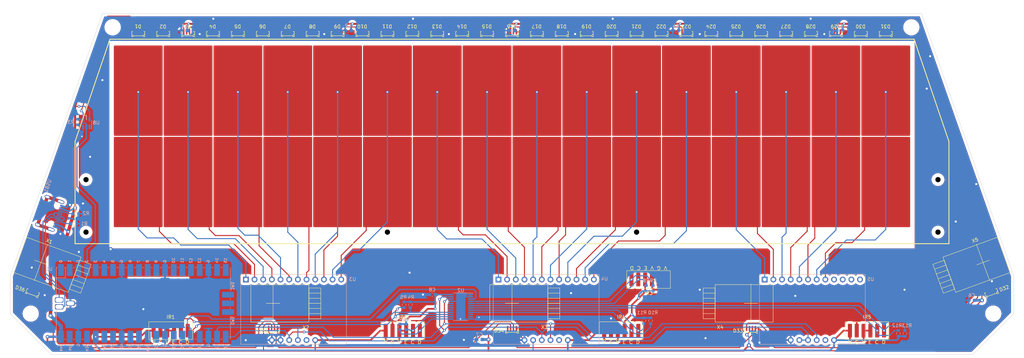
<source format=kicad_pcb>
(kicad_pcb (version 20211014) (generator pcbnew)

  (general
    (thickness 1.2)
  )

  (paper "B")
  (title_block
    (title "Chu Pico Main")
  )

  (layers
    (0 "F.Cu" signal)
    (31 "B.Cu" signal)
    (32 "B.Adhes" user "B.Adhesive")
    (33 "F.Adhes" user "F.Adhesive")
    (34 "B.Paste" user)
    (35 "F.Paste" user)
    (36 "B.SilkS" user "B.Silkscreen")
    (37 "F.SilkS" user "F.Silkscreen")
    (38 "B.Mask" user)
    (39 "F.Mask" user)
    (40 "Dwgs.User" user "User.Drawings")
    (41 "Cmts.User" user "User.Comments")
    (42 "Eco1.User" user "User.Eco1")
    (43 "Eco2.User" user "User.Eco2")
    (44 "Edge.Cuts" user)
    (45 "Margin" user)
    (46 "B.CrtYd" user "B.Courtyard")
    (47 "F.CrtYd" user "F.Courtyard")
    (48 "B.Fab" user)
    (49 "F.Fab" user)
  )

  (setup
    (stackup
      (layer "F.SilkS" (type "Top Silk Screen"))
      (layer "F.Paste" (type "Top Solder Paste"))
      (layer "F.Mask" (type "Top Solder Mask") (thickness 0.01))
      (layer "F.Cu" (type "copper") (thickness 0.035))
      (layer "dielectric 1" (type "core") (thickness 1.11) (material "FR4") (epsilon_r 4.5) (loss_tangent 0.02))
      (layer "B.Cu" (type "copper") (thickness 0.035))
      (layer "B.Mask" (type "Bottom Solder Mask") (thickness 0.01))
      (layer "B.Paste" (type "Bottom Solder Paste"))
      (layer "B.SilkS" (type "Bottom Silk Screen"))
      (copper_finish "None")
      (dielectric_constraints no)
    )
    (pad_to_mask_clearance 0)
    (grid_origin 214.196 93.074)
    (pcbplotparams
      (layerselection 0x00010fc_ffffffff)
      (disableapertmacros false)
      (usegerberextensions true)
      (usegerberattributes true)
      (usegerberadvancedattributes true)
      (creategerberjobfile false)
      (svguseinch false)
      (svgprecision 6)
      (excludeedgelayer true)
      (plotframeref false)
      (viasonmask false)
      (mode 1)
      (useauxorigin false)
      (hpglpennumber 1)
      (hpglpenspeed 20)
      (hpglpendiameter 15.000000)
      (dxfpolygonmode true)
      (dxfimperialunits true)
      (dxfusepcbnewfont true)
      (psnegative false)
      (psa4output false)
      (plotreference true)
      (plotvalue true)
      (plotinvisibletext false)
      (sketchpadsonfab false)
      (subtractmaskfromsilk true)
      (outputformat 1)
      (mirror false)
      (drillshape 0)
      (scaleselection 1)
      (outputdirectory "../../Production/PCB/chu_main/")
    )
  )

  (net 0 "")
  (net 1 "GND")
  (net 2 "+5V")
  (net 3 "+3V3")
  (net 4 "unconnected-(U1-Pad15)")
  (net 5 "Net-(U1-PadTP2)")
  (net 6 "Net-(U1-PadTP3)")
  (net 7 "unconnected-(USB1-Pad13)")
  (net 8 "unconnected-(USB1-Pad9)")
  (net 9 "unconnected-(USB1-Pad3)")
  (net 10 "unconnected-(U1-Pad14)")
  (net 11 "unconnected-(U1-Pad12)")
  (net 12 "unconnected-(U1-Pad11)")
  (net 13 "unconnected-(U1-Pad7)")
  (net 14 "unconnected-(U1-Pad6)")
  (net 15 "unconnected-(U1-Pad5)")
  (net 16 "unconnected-(U1-Pad2)")
  (net 17 "unconnected-(U1-Pad1)")
  (net 18 "unconnected-(U3-Pad1)")
  (net 19 "/SCL")
  (net 20 "/SDA")
  (net 21 "unconnected-(U4-Pad1)")
  (net 22 "unconnected-(U5-Pad1)")
  (net 23 "unconnected-(U1-Pad16)")
  (net 24 "unconnected-(U1-Pad19)")
  (net 25 "unconnected-(U1-Pad20)")
  (net 26 "unconnected-(U1-Pad26)")
  (net 27 "unconnected-(U1-Pad27)")
  (net 28 "unconnected-(U1-Pad29)")
  (net 29 "unconnected-(U1-Pad30)")
  (net 30 "unconnected-(U1-Pad31)")
  (net 31 "unconnected-(U1-Pad32)")
  (net 32 "unconnected-(U1-Pad34)")
  (net 33 "unconnected-(U1-Pad35)")
  (net 34 "unconnected-(U1-Pad37)")
  (net 35 "unconnected-(U1-Pad39)")
  (net 36 "unconnected-(U1-Pad41)")
  (net 37 "unconnected-(U1-Pad42)")
  (net 38 "unconnected-(U1-Pad43)")
  (net 39 "Net-(K25-Pad1)")
  (net 40 "Net-(K26-Pad1)")
  (net 41 "Net-(K27-Pad1)")
  (net 42 "Net-(K28-Pad1)")
  (net 43 "Net-(K29-Pad1)")
  (net 44 "Net-(K30-Pad1)")
  (net 45 "Net-(K31-Pad1)")
  (net 46 "Net-(K32-Pad1)")
  (net 47 "unconnected-(U5-Pad16)")
  (net 48 "unconnected-(U5-Pad17)")
  (net 49 "unconnected-(U5-Pad18)")
  (net 50 "unconnected-(U5-Pad19)")
  (net 51 "unconnected-(U8-Pad1)")
  (net 52 "Net-(K1-Pad1)")
  (net 53 "Net-(K2-Pad1)")
  (net 54 "Net-(K3-Pad1)")
  (net 55 "Net-(K4-Pad1)")
  (net 56 "Net-(K5-Pad1)")
  (net 57 "Net-(K6-Pad1)")
  (net 58 "Net-(K7-Pad1)")
  (net 59 "Net-(K8-Pad1)")
  (net 60 "Net-(K9-Pad1)")
  (net 61 "Net-(K10-Pad1)")
  (net 62 "Net-(K11-Pad1)")
  (net 63 "Net-(K12-Pad1)")
  (net 64 "Net-(K13-Pad1)")
  (net 65 "Net-(K14-Pad1)")
  (net 66 "Net-(K15-Pad1)")
  (net 67 "Net-(K16-Pad1)")
  (net 68 "Net-(K17-Pad1)")
  (net 69 "Net-(K18-Pad1)")
  (net 70 "Net-(K19-Pad1)")
  (net 71 "Net-(K20-Pad1)")
  (net 72 "Net-(K21-Pad1)")
  (net 73 "Net-(K22-Pad1)")
  (net 74 "Net-(K23-Pad1)")
  (net 75 "Net-(K24-Pad1)")
  (net 76 "unconnected-(U2-Pad19)")
  (net 77 "unconnected-(U2-Pad20)")
  (net 78 "unconnected-(U2-Pad10)")
  (net 79 "unconnected-(U2-Pad11)")
  (net 80 "Net-(D31-PadO)")
  (net 81 "Net-(D32-PadO)")
  (net 82 "Net-(D33-PadO)")
  (net 83 "Net-(D34-PadO)")
  (net 84 "Net-(D35-PadO)")
  (net 85 "unconnected-(D36-PadO)")
  (net 86 "Net-(D3-PadO)")
  (net 87 "Net-(D4-PadO)")
  (net 88 "Net-(D5-PadO)")
  (net 89 "Net-(D6-PadO)")
  (net 90 "Net-(D7-PadO)")
  (net 91 "Net-(D8-PadO)")
  (net 92 "Net-(D16-PadO)")
  (net 93 "Net-(D17-PadO)")
  (net 94 "Net-(D18-PadO)")
  (net 95 "Net-(D19-PadO)")
  (net 96 "Net-(D20-PadO)")
  (net 97 "Net-(D21-PadO)")
  (net 98 "Net-(D22-PadO)")
  (net 99 "Net-(D24-PadO)")
  (net 100 "Net-(D25-PadO)")
  (net 101 "Net-(D26-PadO)")
  (net 102 "Net-(D27-PadO)")
  (net 103 "Net-(D28-PadO)")
  (net 104 "Net-(D29-PadO)")
  (net 105 "Net-(D30-PadO)")
  (net 106 "Net-(D1-PadO)")
  (net 107 "Net-(D2-PadO)")
  (net 108 "Net-(D10-PadO)")
  (net 109 "Net-(D23-PadO)")
  (net 110 "Net-(D10-PadI)")
  (net 111 "Net-(D1-PadI)")
  (net 112 "Net-(D11-PadO)")
  (net 113 "Net-(D12-PadO)")
  (net 114 "Net-(D13-PadO)")
  (net 115 "Net-(D14-PadO)")
  (net 116 "Net-(D15-PadO)")
  (net 117 "unconnected-(U1-Pad17)")
  (net 118 "unconnected-(U1-Pad9)")
  (net 119 "unconnected-(U1-Pad10)")
  (net 120 "/SCL_1")
  (net 121 "/SDA_1")
  (net 122 "/SCL_2")
  (net 123 "/SDA_2")
  (net 124 "/SCL_3")
  (net 125 "/SDA_3")
  (net 126 "/SCL_4")
  (net 127 "/SDA_4")
  (net 128 "/SCL_5")
  (net 129 "/SDA_5")
  (net 130 "Net-(U1-Pad25)")
  (net 131 "unconnected-(U2-Pad17)")
  (net 132 "unconnected-(U2-Pad18)")
  (net 133 "unconnected-(U1-Pad24)")
  (net 134 "Net-(R1-Pad1)")
  (net 135 "Net-(R2-Pad1)")
  (net 136 "Net-(R3-Pad2)")

  (footprint "chu_main:WS2812B-4020" (layer "F.Cu") (at 309.096 63.074 180))

  (footprint "chu_main:ChuKey" (layer "F.Cu") (at 323.696 106.074 180))

  (footprint "chu_main:WS2812B-4020" (layer "F.Cu") (at 192.296 63.074 180))

  (footprint "chu_main:GP2Y0E03_REAL" (layer "F.Cu") (at 144.196 142.074 90))

  (footprint "chu_main:WS2812B-4020" (layer "F.Cu") (at 144.196 150.074 180))

  (footprint "chu_main:WS2812B-4020" (layer "F.Cu") (at 257.996 63.074 180))

  (footprint "chu_main:WS2812B-4020" (layer "F.Cu") (at 104.696 63.074 180))

  (footprint "chu_main:ChuKey" (layer "F.Cu") (at 163.096 106.074 180))

  (footprint "chu_main:ChuKey" (layer "F.Cu") (at 119.296 80.074))

  (footprint "chu_main:WS2812B-4020" (layer "F.Cu") (at 279.896 63.074 180))

  (footprint "chu_main:GP2Y0E03" (layer "F.Cu") (at 318.196 150.074))

  (footprint "chu_main:WS2812B-4020" (layer "F.Cu") (at 287.196 63.074 180))

  (footprint "chu_main:WS2812B-4020" (layer "F.Cu") (at 111.996 63.074 180))

  (footprint "chu_main:WS2812B-4020" (layer "F.Cu") (at 199.596 63.074 180))

  (footprint "chu_main:ChuKey" (layer "F.Cu") (at 265.296 80.074))

  (footprint "chu_main:WS2812B-4020" (layer "F.Cu") (at 73.696 139.074 160))

  (footprint "chu_main:ChuKey" (layer "F.Cu") (at 192.296 80.074))

  (footprint "chu_main:WS2812B-4020" (layer "F.Cu") (at 272.596 63.074 180))

  (footprint "chu_main:WS2812B-4020" (layer "F.Cu") (at 284.196 150.074 180))

  (footprint "chu_main:ChuKey" (layer "F.Cu") (at 104.696 80.074))

  (footprint "chu_main:ChuKey" (layer "F.Cu") (at 148.496 106.074 180))

  (footprint "chu_main:WS2812B-4020" (layer "F.Cu") (at 206.896 63.074 180))

  (footprint "chu_main:GP2Y0E03" (layer "F.Cu") (at 114.196 150.074))

  (footprint "chu_main:WS2812B-4020" (layer "F.Cu") (at 163.096 63.074 180))

  (footprint "chu_main:ChuKey" (layer "F.Cu") (at 104.696 106.074 180))

  (footprint "chu_main:WS2812B-4020" (layer "F.Cu") (at 236.096 63.074 180))

  (footprint "chu_main:WS2812B-4020" (layer "F.Cu") (at 126.596 63.074 180))

  (footprint "chu_main:ChuKey" (layer "F.Cu") (at 163.096 80.074))

  (footprint "chu_main:WS2812B-4020" (layer "F.Cu") (at 148.496 63.074 180))

  (footprint "chu_main:ChuKey" (layer "F.Cu") (at 279.896 80.074))

  (footprint "chu_main:WS2812B-4020" (layer "F.Cu") (at 228.796 63.074 180))

  (footprint "chu_main:ChuKey" (layer "F.Cu") (at 309.096 106.074 180))

  (footprint "chu_main:ChuAcrylic" locked (layer "F.Cu")
    (tedit 0) (tstamp 6d5fc046-0aaf-471c-a688-b908063b2444)
    (at 214.196 94.574)
    (property "Sheetfile" "chu_main.kicad_sch")
    (property "Sheetname" "")
    (path "/c68e4c20-d03b-4dd9-aa72-ddc385238478")
    (fp_text reference "U0" (at -4 -31 unlocked) (layer "F.SilkS") hide
      (effects (font (size 1 1) (thickness 0.15)))
      (tstamp 811cf989-7673-4e13-bc75-98cd15b73432)
    )
    (fp_text value "ChuAcrylic" (at 0 28 unlocked) (layer "F.Fab")
      (effects (font (size 1 1) (thickness 0.15)))
      (tstamp 4a943609-b9b6-4d22-9aab-6185dce2acdf)
    )
    (fp_text user "${REFERENCE}" (at 0 32 unlocked) (layer "F.Fab")
      (effects (font (size 1 1) (thickness 0.15)))
      (tstamp 79bad069-d75d-4953-9f23-1bb3c97374c4)
    )
    (fp_line (start -127.999994 0) (end -127.999994 0) (layer "F.SilkS") (width 0.264582) (tstamp 45f3292e-b624-4bcd-aae4-d6392da68e64))
    (fp_line (start 127.999995 30) (end 127.999995 30) (layer "F.SilkS") (width 0.264582) (tstamp 4a68e41c-6512-4b0a-9ee0-923e9bbe669a))
    (fp_line (start 117.800013 -30) (end 117.800013 -30) (layer "F.SilkS") (width 0.264582) (tstamp 5057f0bf-bd71-4db2-84d6-d3eebb233fa1))
    (fp_line (start -117.799993 -30) (end -127.999994 0) (layer "F.SilkS") (width 0.264582) (tstamp 5d604681-c937-4c31-8961-8255628f421a))
    (fp_line (start -127.999994 0) (end -127.999994 30) (layer "F.SilkS") (width 0.264582) (tstamp 64e0ab5f-2235-4a0d-a948-5a3974637246))
    (fp_line (start -127.999994 30) (end -127.999994 30) (layer "F.SilkS") (width 0.264582) (tstamp 76b28ee5-b852-479b-ae75-4bbabec32605))
    (fp_line (start -127.999994 30) (end 127.999995 30) (layer "F.SilkS") (width 0.264582) (tstamp ad5660c1-5e6d-466c-9e53-ba94366fb0fd))
    (fp_line (start 127.999995 0) (end 127.999995 0) (layer "F.SilkS") (width 0.264582) (tstamp c88ecbdf-2a60-4d5c-920c-55e9b7557c83))
    (fp_line (start 127.999995 0) (end 117.800013 -30) (layer "F.SilkS") (width 0.264582) (tstamp e2380ea0-2b69-45a7-8ca4-f4c97b142505))
    (fp_line (start 127.999995 30) (end 127.999995 0) (layer "F.SilkS") (width 0.264582) (tstamp f42a586e-dfd5-49b3-93e0-64e8af242575))
    (fp_line (start 117.800013 -30) (end -117.799993 -30) (layer "F.SilkS") (width 0.264582) (tstamp f91d9245-ce3a-4f3b-82ca-c43ab58fe5ee))
    (fp_line (start -125.962215 26.3001) (end -125.946044 26.243155) (layer "Dwgs.User") (width 0.264582) (tstamp 005a3942-5878-4d9b-a49c-f65680bf5ec4))
    (fp_line (start -125.946044 10.843157) (end -125.927178 10.7874) (layer "Dwgs.User") (width 0.264582) (tstamp 00bfd104-07b9-44a8-8e11-ec82c4b86f4f))
    (fp_line (start -104.199995 -30) (end -103.199995 -28.036364) (layer "Dwgs.User") (width 0.264582) (tstamp 00ee83d9-6973-4e2c-a680-cee61e24669a))
    (fp_line (start -35.574013 27.363309) (end -35.61173 27.40685) (layer "Dwgs.User") (width 0.264582) (tstamp 01389834-bbaa-473e-9603-627201fe57e6))
    (fp_line (start -124.082013 27.561599) (end -124.129061 27.595055) (layer "Dwgs.User") (width 0.264582) (tstamp 01ba5673-10b7-4b04-bb61-582770a66252))
    (fp_line (start 125.267113 12.3057) (end 125.212618 12.327186) (layer "Dwgs.User") (width 0.264582) (tstamp 01f03d6b-17d5-4beb-acde-8a9f2be5be24))
    (fp_line (start 124.558168 25.424381) (end 124.617263 25.413828) (layer "Dwgs.User") (width 0.264582) (tstamp 02031396-145b-44b5-9468-cc0d96c15ef9))
    (fp_line (start -124.129061 27.595055) (end -124.177749 27.626268) (layer "Dwgs.User") (width 0.264582) (tstamp 022beee8-ae9e-4745-a111-2714659359ba))
    (fp_line (start -125.563305 10.274022) (end -125.517973 10.238398) (layer "Dwgs.User") (width 0.264582) (tstamp 0265bb12-6553-47e9-a51b-793a3d941c70))
    (fp_line (start 36.317264 25.413828) (end 36.377318 25.406197) (layer "Dwgs.User") (width 0.264582) (tstamp 02824c48-10d0-4e06-9800-d852758e0e2c))
    (fp_line (start -125.999994 26.599998) (end -125.999994 26.599998) (layer "Dwgs.User") (width 0.264582) (tstamp 02b9f1bf-a733-4b36-bd38-db19666a52ab))
    (fp_line (start -123.951464 27.448525) (end -123.993139 27.488259) (layer "Dwgs.User") (width 0.264582) (tstamp 02dce047-d86d-4540-ad90-e68029ebb722))
    (fp_line (start 100.200007 -30) (end 101.200007 -28.036364) (layer "Dwgs.User") (width 0.264582) (tstamp 030d38b2-25f0-4063-a309-50eeb41601d0))
    (fp_line (start 125.998464 11.138249) (end 126.000025 11.200001) (layer "Dwgs.User") (width 0.264582) (tstamp 036f2cdb-eabd-4993-8be0-39d4aee26bb2))
    (fp_line (start -71.99999 -28.036364) (end -71.99999 24) (layer "Dwgs.User") (width 0.264582) (tstamp 0387f413-cf11-4e59-bcf4-04bb9f79c5ec))
    (fp_line (start -37.306842 25.711738) (end -37.263301 25.674022) (layer "Dwgs.User") (width 0.264582) (tstamp 043980c9-328a-45ae-b9e8-88df6480c443))
    (fp_line (start -101.199995 -28.036364) (end -101.199995 -28.036364) (layer "Dwgs.User") (width 0.264582) (tstamp 044bab66-ac0c-40c0-869d-b10e1804c295))
    (fp_line (start -37.52626 27.222242) (end -37.555154 27.171989) (layer "Dwgs.User") (width 0.264582) (tstamp 04775bcb-6778-4d57-8f8e-799459d88524))
    (fp_line (start -123.83839 25.88202) (end -123.804933 25.929068) (layer "Dwgs.User") (width 0.264582) (tstamp 04a51373-eb68-4c67-91a6-39bdcea9b281))
    (fp_line (start 125.726001 25.836688) (end 125.761626 25.88202) (layer "Dwgs.User") (width 0.264582) (tstamp 0542ff04-b88b-4322-a956-d7982a29b8c4))
    (fp_line (start 124.500111 12.362222) (end 124.443166 12.346052) (layer "Dwgs.User") (width 0.264582) (tstamp 0547fdfd-7537-49a7-babb-1e294f6d356f))
    (fp_line (start -125.099892 12.362222) (end -125.156837 12.346052) (layer "Dwgs.User") (width 0.264582) (tstamp 05c0f117-059e-41a6-baf4-32256c814737))
    (fp_line (start -124.279743 12.281669) (end -124.332898 12.3057) (layer "Dwgs.User") (width 0.264582) (tstamp 05ee68ef-d8df-443c-a2de-a5dd57a41324))
    (fp_line (start 35.337792 26.3001) (end 35.353963 26.243155) (layer "Dwgs.User") (width 0.264582) (tstamp 0626be18-536f-4daf-8b86-5e49f145a9fa))
    (fp_line (start 37.348534 25.751472) (end 37.388268 25.793147) (layer "Dwgs.User") (width 0.264582) (tstamp 063648d3-b6a4-4932-b8c7-02702d9c1df2))
    (fp_line (start -123.653942 26.243155) (end -123.637771 26.3001) (layer "Dwgs.User") (width 0.264582) (tstamp 06d46c3d-3842-4ede-b97c-91d8e9e1dfab))
    (fp_line (start 125.518 27.561599) (end 125.470952 27.595055) (layer "Dwgs.User") (width 0.264582) (tstamp 06e29849-3be2-45f7-a29e-8c1478f1aead))
    (fp_line (start -125.371985 10.144834) (end -125.320243 10.118333) (layer "Dwgs.User") (width 0.264582) (tstamp 07ce2170-aea8-4bf9-b612-c19b9c855dd6))
    (fp_line (start 123.63778 11.4999) (end 123.624381 11.441843) (layer "Dwgs.User") (width 0.264582) (tstamp 07db12a9-45a4-4ffa-be1c-3fbb774e880a))
    (fp_line (start 123.672817 10.7874) (end 123.694304 10.732906) (layer "Dwgs.User") (width 0.264582) (tstamp 09364bb4-9f99-4352-8ba2-440906acb61d))
    (fp_line (start -123.624372 10.958159) (end -123.613819 11.017252) (layer "Dwgs.User") (width 0.264582) (tstamp 097bb8fb-4c71-49e8-a346-97698e4d32fe))
    (fp_line (start 125.927209 27.012599) (end 125.905723 27.067093) (layer "Dwgs.User") (width 0.264582) (tstamp 09b35186-dad8-40cd-bc4d-cb63e303e879))
    (fp_line (start -124.279743 27.681663) (end -124.332898 27.705694) (layer "Dwgs.User") (width 0.264582) (tstamp 09bc0c33-c410-4c52-a10e-1317d8b0acd9))
    (fp_line (start -37.646038 26.243155) (end -37.627172 26.187398) (layer "Dwgs.User") (width 0.264582) (tstamp 0a0b2399-940b-4e73-9c1f-4a69c5be0305))
    (fp_line (start -35.61173 25.793147) (end -35.574013 25.836688) (layer "Dwgs.User") (width 0.264582) (tstamp 0ad7101a-fe88-4eff-9015-f76aff4eadb3))
    (fp_line (start -35.372808 26.187398) (end -35.353942 26.243155) (layer "Dwgs.User") (width 0.264582) (tstamp 0aeaf87f-49a9-446c-a66f-19bc9f1e8790))
    (fp_line (start 125.99383 26.477305) (end 125.998464 26.538247) (layer "Dwgs.User") (width 0.264582) (tstamp 0b1583ae-9789-4af3-a0be-5896db1d0eae))
    (fp_line (start -36.49999 27.799995) (end -36.49999 27.799995) (layer "Dwgs.User") (width 0.264582) (tstamp 0b430217-178f-42db-a6a9-e58cce26d59e))
    (fp_line (start 125.267113 10.094302) (end 125.320269 10.118333) (layer "Dwgs.User") (width 0.264582) (tstamp 0bad0796-f119-4498-9a22-58dd66f2e496))
    (fp_line (start 44.800013 -28.036364) (end 44.800013 -28.036364) (layer "Dwgs.User") (width 0.264582) (tstamp 0bec410a-f4ed-4e26-940e-00cb3b6c1f83))
    (fp_line (start 31.200007 -30) (end 30.200007 -28.036364) (layer "Dwgs.User") (width 0.264582) (tstamp 0bfb9130-476b-426a-9ed9-8367495a6e7c))
    (fp_line (start -124.617245 25.413828) (end -124.558151 25.424381) (layer "Dwgs.User") (width 0.264582) (tstamp 0c1e7a05-1207-471b-80a0-2f25d6775a74))
    (fp_line (start 37.581673 27.120248) (end 37.555173 27.171989) (layer "Dwgs.User") (width 0.264582) (tstamp 0cd0ec08-1483-4c4a-a195-53b567dbe883))
    (fp_line (start 37.555173 26.028008) (end 37.581673 26.079749) (layer "Dwgs.User") (width 0.264582) (tstamp 0ce74cee-d49a-4d7c-abbb-fd536f7c5c32))
    (fp_line (start -123.718325 26.079749) (end -123.694294 26.132904) (layer "Dwgs.User") (width 0.264582) (tstamp 0d13ff57-2e9a-4c9d-abc2-2760e5262ff6))
    (fp_line (start 125.962246 26.899897) (end 125.946075 26.956842) (layer "Dwgs.User") (width 0.264582) (tstamp 0d5e2372-61c5-4db6-b976-e8dd87929411))
    (fp_line (start -37.555154 26.028008) (end -37.52626 25.977755) (layer "Dwgs.User") (width 0.264582) (tstamp 0d6d7966-bf5f-45ca-b692-02dc0408eaf9))
    (fp_line (start -125.905692 11.667095) (end -125.927178 11.612601) (layer "Dwgs.User") (width 0.264582) (tstamp 0d8040bc-be7b-4604-b7e5-cdb2e1582f39))
    (fp_line (start 124.861766 25.401563) (end 124.922708 25.406197) (layer "Dwgs.User") (width 0.264582) (tstamp 0d9e343f-f0cf-41d7-b6f6-833c42f6bf7e))
    (fp_line (start -37.38825 27.40685) (end -37.425967 27.363309) (layer "Dwgs.User") (width 0.264582) (tstamp 0dab2b95-791c-4d9b-ab32-ecca67bb2190))
    (fp_line (start 124.387408 25.472817) (end 124.443166 25.453951) (layer "Dwgs.User") (width 0.264582) (tstamp 0dbe5680-a63e-43ee-b2bf-48495da4c72a))
    (fp_line (start 124.922708 10.006195) (end 124.982764 10.013827) (layer "Dwgs.User") (width 0.264582) (tstamp 0dd7d9ee-eb6a-4a62-abe7-09ab7eaada3f))
    (fp_line (start -0.99999 -28.036364) (end -0.99999 24) (layer "Dwgs.User") (width 0.264582) (tstamp 0df4acfe-848d-43e2-bf07-7bee35b045c5))
    (fp_line (start -37.263301 25.674022) (end -37.217968 25.638398) (layer "Dwgs.User") (width 0.264582) (tstamp 0e16ab7c-5517-425f-b3a4-8f4945a4b44c))
    (fp_line (start 36.087413 25.472817) (end 36.14317 25.453951) (layer "Dwgs.User") (width 0.264582) (tstamp 0e17149c-5adb-46eb-989a-525edd95a138))
    (fp_line (start 124.443166 12.346052) (end 124.387408 12.327186) (layer "Dwgs.User") (width 0.264582) (tstamp 0e81b488-51d4-403f-9e15-5f372e73f3cb))
    (fp_line (start 125.648551 27.448525) (end 125.606875 27.488259) (layer "Dwgs.User") (width 0.264582) (tstamp 0e886f7c-9ae9-4b9b-9631-6ca9ca52fd1b))
    (fp_line (start -89.599992 -30) (end -88.599992 -28.036364) (layer "Dwgs.User") (width 0.264582) (tstamp 0ef3bf65-3a65-4c58-a07c-65193becce33))
    (fp_line (start -124.799993 25.400002) (end -124.799993 25.400002) (layer "Dwgs.User") (width 0.264582) (tstamp 0ef7f3a0-b8fb-4314-854a-9d8e896f2578))
    (fp_line (start -125.563305 25.674022) (end -125.517973 25.638398) (layer "Dwgs.User") (width 0.264582) (tstamp 0f9da98e-0fca-439b-af49-c3cb54c0fba7))
    (fp_line (start -30.199995 -28.036364) (end -30.199995 -28.036364) (layer "Dwgs.User") (width 0.264582) (tstamp 0fa511df-8dff-488a-968d-b4b80c049c2e))
    (fp_line (start -35.299993 26.599998) (end -35.301554 26.66175) (layer "Dwgs.User") (width 0.264582) (tstamp 0fba48af-7af0-482e-ab2c-4f1dfb4560d9))
    (fp_line (start 126.000025 26.599998) (end 126.000025 26.599998) (layer "Dwgs.User") (width 0.264582) (tstamp 0fbb5a05-9f81-4831-a7c4-91d832d9dff7))
    (fp_line (start -123.637771 26.3001) (end -123.624372 26.358156) (layer "Dwgs.User") (width 0.264582) (tstamp 0ff79dbc-ded9-4a4e-bbf4-80f1363ac7c2))
    (fp_line (start -37.020239 27.681663) (end -37.071981 27.655163) (layer "Dwgs.User") (width 0.264582) (tstamp 1029f25d-8ba9-455c-80d5-b532d28e6207))
    (fp_line (start 125.855191 11.771993) (end 125.826296 11.822245) (layer "Dwgs.User") (width 0.264582) (tstamp 1045a920-0d1e-4a27-895a-b6d10190ef72))
    (fp_line (start 36.377318 27.7938) (end 36.317264 27.786169) (layer "Dwgs.User") (width 0.264582) (tstamp 10ba573d-a91c-4555-8e41-39529af48261))
    (fp_line (start -123.637771 11.4999) (end -123.653942 11.556844) (layer "Dwgs.User") (width 0.264582) (tstamp 10f62286-8be0-4668-8614-9aed294631ed))
    (fp_line (start -37.581655 26.079749) (end -37.555154 26.028008) (layer "Dwgs.User") (width 0.264582) (tstamp 11806308-c932-40a9-b267-e56e36b0433d))
    (fp_line (start 125.563333 10.274022) (end 125.606875 10.311738) (layer "Dwgs.User") (width 0.264582) (tstamp 124f39ec-a988-4b1b-96c7-1fb49056c041))
    (fp_line (start -124.799993 27.799995) (end -124.799993 27.799995) (layer "Dwgs.User") (width 0.264582) (tstamp 126b423e-0e52-4a24-8e8d-ae7b365bc19a))
    (fp_line (start -36.377297 27.7938) (end -36.438238 27.798434) (layer "Dwgs.User") (width 0.264582) (tstamp 1289c2c3-1cdd-4f19-8c6f-087da90f0efb))
    (fp_line (start 36.622702 27.7938) (end 36.561761 27.798434) (layer "Dwgs.User") (width 0.264582) (tstamp 128e0bc5-bdff-438d-aca4-4ecdef5c0d65))
    (fp_line (start -35.394294 26.132904) (end -35.372808 26.187398) (layer "Dwgs.User") (width 0.264582) (tstamp 1295527a-5d4a-482f-aac5-2abdbb0a6bc5))
    (fp_line (start -127.999994 0) (end -127.999994 0) (layer "Dwgs.User") (width 0.264582) (tstamp 12fa5827-59d6-47b7-a429-d773b4044f2d))
    (fp_line (start -124.279743 25.518334) (end -124.228001 25.544834) (layer "Dwgs.User") (width 0.264582) (tstamp 1306a883-0284-4d99-8dec-29f4623076d2))
    (fp_line (start 103.200007 -28.036364) (end 103.200007 24) (layer "Dwgs.User") (width 0.264582) (tstamp 13506818-55a7-41f7-abc6-3584e12ca3e7))
    (fp_line (start 36.967101 27.705694) (end 36.912607 27.72718) (layer "Dwgs.User") (width 0.264582) (tstamp 137b2cfb-ca12-4731-8e0d-e33a6360e878))
    (fp_line (start -37.071981 25.544834) (end -37.020239 25.518334) (layer "Dwgs.User") (width 0.264582) (tstamp 13d44694-2041-4450-8770-1b7b65df7fc3))
    (fp_line (start -37.170921 27.595055) (end -37.217968 27.561599) (layer "Dwgs.User") (width 0.264582) (tstamp 1404190c-5276-4f28-aff7-b231fd701795))
    (fp_line (start -36.967084 25.494303) (end -36.91259 25.472817) (layer "Dwgs.User") (width 0.264582) (tstamp 1471b191-8395-487c-9e95-79f32f1fe0ee))
    (fp_line (start 123.951476 25.751472) (end 123.993151 25.711738) (layer "Dwgs.User") (width 0.264582) (tstamp 148cf612-8977-44ae-807b-a8c26f0f8e14))
    (fp_line (start 36.200114 25.43778) (end 36.25817 25.424381) (layer "Dwgs.User") (width 0.264582) (tstamp 14dd229d-1f2e-40bc-8d8c-b46c948001de))
    (fp_line (start 125.688285 10.393147) (end 125.726001 10.436689) (layer "Dwgs.User") (width 0.264582) (tstamp 14ffdcfe-6f8f-460c-935a-45ebb207409f))
    (fp_line (start -125.470925 10.204941) (end -125.422237 10.173728) (layer "Dwgs.User") (width 0.264582) (tstamp 1532d2ff-164b-4c65-9e0a-28c29965aeb9))
    (fp_line (start 123.606196 26.477305) (end 123.613828 26.41725) (layer "Dwgs.User") (width 0.264582) (tstamp 162e5db3-18de-4549-ae77-50ae367745f2))
    (fp_line (start -124.279743 10.118333) (end -124.228001 10.144834) (layer "Dwgs.User") (width 0.264582) (tstamp 166080e4-382f-4c64-a538-4ba096f102d1))
    (fp_line (start 35.301575 26.66175) (end 35.300013 26.599998) (layer "Dwgs.User") (width 0.264582) (tstamp 1683545c-b21d-4d57-ae2c-4eeffabea3fb))
    (fp_line (start 123.951476 27.448525) (end 123.911742 27.40685) (layer "Dwgs.User") (width 0.264582) (tstamp 172605bc-4973-493b-9cfc-be060690955b))
    (fp_line (start -124.799993 12.400002) (end -124.799993 12.400002) (layer "Dwgs.User") (width 0.264582) (tstamp 176bdb52-feb6-4d5b-bc42-12f2d6de5e7b))
    (fp_line (start -125.826266 10.577756) (end -125.795053 10.529069) (layer "Dwgs.User") (width 0.264582) (tstamp 1786bb74-13ec-46e0-beea-90516149dc1b))
    (fp_line (start -123.77372 10.577756) (end -123.744826 10.628009) (layer "Dwgs.User") (width 0.264582) (tstamp 17e5b73f-59e3-4a2b-a297-0088b092e1b6))
    (fp_line (start 35.504955 25.929068) (end 35.538411 25.88202) (layer "Dwgs.User") (width 0.264582) (tstamp 17e871a6-4ce5-47b0-a3ea-6bfc9b157ac8))
    (fp_line (start -123.993139 25.711738) (end -123.951464 25.751472) (layer "Dwgs.User") (width 0.264582) (tstamp 180624b8-337d-4199-8dce-e95f5a4208cf))
    (fp_line (start -36.317242 25.413828) (end -36.258148 25.424381) (layer "Dwgs.User") (width 0.264582) (tstamp 18b2f5a8-135a-4058-9632-189fe618cd2e))
    (fp_line (start -37.662208 26.3001) (end -37.646038 26.243155) (layer "Dwgs.User") (width 0.264582) (tstamp 1929bcd7-b0ab-40f0-aa2a-f66a39e7ee48))
    (fp_line (start 125.688285 27.40685) (end 125.648551 27.448525) (layer "Dwgs.User") (width 0.264582) (tstamp 1a7184a3-fb82-4d90-96bd-561ec2299b7c))
    (fp_line (start -37.698425 26.538247) (end -37.693791 26.477305) (layer "Dwgs.User") (width 0.264582) (tstamp 1aa2dd8c-0582-41db-9355-1dbff8d210ba))
    (fp_line (start 36.14317 27.746046) (end 36.087413 27.72718) (layer "Dwgs.User") (width 0.264582) (tstamp 1b2a80e2-77dd-470b-b8f0-135a7f8f9de4))
    (fp_line (start 125.726001 11.963313) (end 125.688285 12.006854) (layer "Dwgs.User") (width 0.264582) (tstamp 1b4e514a-9375-4f1e-ae54-5ee62779afeb))
    (fp_line (start 37.170938 25.604941) (end 37.217985 25.638398) (layer "Dwgs.User") (width 0.264582) (tstamp 1b4f8dff-08ec-49d5-a94d-5783f6b8d610))
    (fp_line (start -124.332898 27.705694) (end -124.387392 27.72718) (layer "Dwgs.User") (width 0.264582) (tstamp 1c0c5fac-8df4-4205-bf3b-70722893b5cb))
    (fp_line (start -125.795053 25.929068) (end -125.761596 25.88202) (layer "Dwgs.User") (width 0.264582) (tstamp 1c565ec2-2ea0-4fe0-a1f4-efb32a511cd6))
    (fp_line (start 124.082026 27.561599) (end 124.036693 27.525975) (layer "Dwgs.User") (width 0.264582) (tstamp 1d4b53da-2a34-4901-aa21-30a9da1aa587))
    (fp_line (start -35.301554 26.538247) (end -35.299993 26.599998) (layer "Dwgs.User") (width 0.264582) (tstamp 1d9bc147-86ec-4a49-a827-7f307c700f0f))
    (fp_line (start 35.87777 25.573729) (end 35.928022 25.544834) (layer "Dwgs.User") (width 0.264582) (tstamp 1e946780-b9ed-4c96-9362-05ebc86a7983))
    (fp_line (start 35.651486 25.751472) (end 35.693161 25.711738) (layer "Dwgs.User") (width 0.264582) (tstamp 1ea78e25-2159-4548-9adb-042851138fe0))
    (fp_line (start 125.267113 25.494303) (end 125.320269 25.518334) (layer "Dwgs.User") (width 0.264582) (tstamp 1eaf2e20-54b1-40a2-bcbb-dfc1bb286aa2))
    (fp_line (start -123.83839 10.482021) (end -123.804933 10.529069) (layer "Dwgs.User") (width 0.264582) (tstamp 1f151b69-2417-45d1-b4ef-7f84b60278da))
    (fp_line (start -30.199995 -28.036364) (end -30.199995 24) (layer "Dwgs.User") (width 0.264582) (tstamp 1f4efbd3-b33f-48e2-b5bc-e9ba99868bc8))
    (fp_line (start -123.653942 11.556844) (end -123.672808 11.612601) (layer "Dwgs.User") (width 0.264582) (tstamp 1f5b5a48-a602-455f-9e04-a37de2d894c0))
    (fp_line (start -125.795053 11.870933) (end -125.826266 11.822245) (layer "Dwgs.User") (width 0.264582) (tstamp 1fe716a9-da80-46dd-a5b7-c303407a1842))
    (fp_line (start 123.653951 11.556844) (end 123.63778 11.4999) (layer "Dwgs.User") (width 0.264582) (tstamp 200a976e-c004-42d4-b37e-c073e73ed146))
    (fp_line (start -125.725972 25.836688) (end -125.688255 25.793147) (layer "Dwgs.User") (width 0.264582) (tstamp 2013ce47-f624-4e30-8d3c-8e9493f57cc2))
    (fp_line (start -31.199995 -30) (end -30.199995 -28.036364) (layer "Dwgs.User") (width 0.264582) (tstamp 20158d16-0188-416f-829f-55fa2c3d55fd))
    (fp_line (start 124.387408 27.72718) (end 124.332913 27.705694) (layer "Dwgs.User") (width 0.264582) (tstamp 2020232e-797b-4791-a7a6-977bc96359a7))
    (fp_line (start -123.951464 12.04853) (end -123.993139 12.088263) (layer "Dwgs.User") (width 0.264582) (tstamp 20748bb6-daee-4064-a9fa-01b8611c4cbf))
    (fp_line (start -28.199995 -28.036364) (end -28.199995 -28.036364) (layer "Dwgs.User") (width 0.264582) (tstamp 20939372-e16e-4314-b5b9-631422b57e1e))
    (fp_line (start -123.613819 26.41725) (end -123.606188 26.477305) (layer "Dwgs.User") (width 0.264582) (tstamp 20f3584c-a472-4689-abed-8be970b71a30))
    (fp_line (start 125.518 10.238398) (end 125.563333 10.274022) (layer "Dwgs.User") (width 0.264582) (tstamp 217eee00-0a81-4929-8ede-a8e4a0b811c5))
    (fp_line (start 123.874025 10.436689) (end 123.911742 10.393147) (layer "Dwgs.User") (width 0.264582) (tstamp 219959a6-1c78-41b0-86f5-7430871e1fb9))
    (fp_line (start -35.877747 27.626268) (end -35.927999 27.655163) (layer "Dwgs.User") (width 0.264582) (tstamp 226304a5-24f0-4ee6-9369-0ed860241531))
    (fp_line (start 125.855191 26.028008) (end 125.881691 26.079749) (layer "Dwgs.User") (width 0.264582) (tstamp 22ae63cb-a49f-406c-9122-70b12c5ba57b))
    (fp_line (start -124.982741 12.386175) (end -125.041835 12.375622) (layer "Dwgs.User") (width 0.264582) (tstamp 22dbe890-cc71-47fc-ba3f-6324630029c2))
    (fp_line (start -125.470925 25.604941) (end -125.422237 25.573729) (layer "Dwgs.User") (width 0.264582) (tstamp 22e5e764-b892-409a-a844-5bc53ab4326d))
    (fp_line (start -125.881661 10.679751) (end -125.85516 10.628009) (layer "Dwgs.User") (width 0.264582) (tstamp 2387407a-a302-4451-a878-34591eedc76d))
    (fp_line (start 124.677319 10.006195) (end 124.73826 10.001561) (layer "Dwgs.User") (width 0.264582) (tstamp 24418890-45ed-483a-86d2-70fe1883a7bc))
    (fp_line (start -125.85516 26.028008) (end -125.826266 25.977755) (layer "Dwgs.User") (width 0.264582) (tstamp 244a78c1-0e64-4c2c-a688-6808ce3fe001))
    (fp_line (start -12.599996 -30) (end -13.599996 -28.036364) (layer "Dwgs.User") (width 0.264582) (tstamp 24838abc-361d-4e14-8042-baf2b9ff383c))
    (fp_line (start -123.653942 26.956842) (end -123.672808 27.012599) (layer "Dwgs.User") (width 0.264582) (tstamp 24eaebe0-ba43-4a99-88d6-d91283078372))
    (fp_line (start -37.68616 26.41725) (end -37.675607 26.358156) (layer "Dwgs.User") (width 0.264582) (tstamp 2522182d-8bb5-4c20-b5b0-9e54298360e1))
    (fp_line (start -123.718325 11.720251) (end -123.744826 11.771993) (layer "Dwgs.User") (width 0.264582) (tstamp 25a10588-8b91-4766-ba09-5f35362cfb70))
    (fp_line (start -45.799993 -30) (end -44.799993 -28.036364) (layer "Dwgs.User") (width 0.264582) (tstamp 25e261a8-8de1-408e-8f77-e8ff07a6987c))
    (fp_line (start 37.675627 26.358156) (end 37.68618 26.41725) (layer "Dwgs.User") (width 0.264582) (tstamp 25faf0c6-6644-468b-8646-f32771e7ee9b))
    (fp_line (start 124.800013 12.400002) (end 124.73826 12.39844) (layer "Dwgs.User") (width 0.264582) (tstamp 26614182-08b0-4cdd-b7b5-d1d1a77b7fe9))
    (fp_line (start 35.782035 27.561599) (end 35.736703 27.525975) (layer "Dwgs.User") (width 0.264582) (tstamp 26e3797a-0549-41ec-b480-288046c73f2e))
    (fp_line (start 124.922708 12.393806) (end 124.861766 12.39844) (layer "Dwgs.User") (width 0.264582) (tstamp 2707ce9f-ff4f-424f-9170-5c4db50d8893))
    (fp_line (start -123.83839 11.917981) (end -123.874014 11.963313) (layer "Dwgs.User") (width 0.264582) (tstamp 272527da-813d-454d-9c5f-b3e476784f51))
    (fp_line (start -36.08739 27.72718) (end -36.143147 27.746046) (layer "Dwgs.User") (width 0.264582) (tstamp 2767a199-8a4c-49b2-a25d-bcaa68c7f3ca))
    (fp_line (start -36.032896 25.494303) (end -35.979741 25.518334) (layer "Dwgs.User") (width 0.264582) (tstamp 27779404-82e8-4710-bbc2-e2d78621c145))
    (fp_line (start 125.998464 11.261753) (end 125.99383 11.322694) (layer "Dwgs.User") (width 0.264582) (tstamp 28206442-effa-455e-96a8-e321e022d910))
    (fp_line (start -124.982741 10.013827) (end -124.922686 10.006195) (layer "Dwgs.User") (width 0.264582) (tstamp 28bc6723-0de7-48db-a13a-e6f427f126d6))
    (fp_line (start -125.975614 26.358156) (end -125.962215 26.3001) (layer "Dwgs.User") (width 0.264582) (tstamp 29f5adbb-b24d-4791-818d-8c8c2d6e10a5))
    (fp_line (start 37.306859 25.711738) (end 37.348534 25.751472) (layer "Dwgs.User") (width 0.264582) (tstamp 2a92c1fb-29c9-45b6-9da2-c5032ead6bbf))
    (fp_line (start 125.761626 25.88202) (end 125.795083 25.929068) (layer "Dwgs.User") (width 0.264582) (tstamp 2b20c421-8471-40da-a0cb-4c9dd5589721))
    (fp_line (start -125.795053 27.270929) (end -125.826266 27.222242) (layer "Dwgs.User") (width 0.264582) (tstamp 2b2f177e-52c3-4c21-a76e-9143b82be955))
    (fp_line (start -15.599996 -28.036364) (end -15.599996 -28.036364) (layer "Dwgs.User") (width 0.264582) (tstamp 2b3ea0c7-5307-4a4a-9da2-2b115e9f505b))
    (fp_line (start -124.861745 10.001561) (end -124.799993 10) (layer "Dwgs.User") (width 0.264582) (tstamp 2b72d2b4-d9e1-4e60-a1f3-b434e4a3c4ad))
    (fp_line (start -124.738241 10.001561) (end -124.6773 10.006195) (layer "Dwgs.User") (width 0.264582) (tstamp 2b898639-7895-44a5-9b60-64529ae2c4bf))
    (fp_line (start -125.927178 10.7874) (end -125.905692 10.732906) (layer "Dwgs.User") (width 0.264582) (tstamp 2bd173a9-beb0-4948-9a17-c828877d4c06))
    (fp_line (start 35.300013 26.599998) (end 35.301575 26.538247) (layer "Dwgs.User") (width 0.264582) (tstamp 2cba388a-835d-4f84-b06f-3795d2a01962))
    (fp_line (start -35.418325 26.079749) (end -35.394294 26.132904) (layer "Dwgs.User") (width 0.264582) (tstamp 2ce13277-efa9-490b-92dd-53dad18b872c))
    (fp_line (start 28.200007 -28.036364) (end 28.200007 24) (layer "Dwgs.User") (width 0.264582) (tstamp 2d35a61a-1759-42b2-b99f-e55ea07a48ff))
    (fp_line (start 35.473742 25.977755) (end 35.504955 25.929068) (layer "Dwgs.User") (width 0.264582) (tstamp 2d5c3085-3d56-40e8-8648-133739816cc1))
    (fp_line (start -37.217968 27.561599) (end -37.263301 27.525975) (layer "Dwgs.User") (width 0.264582) (tstamp 2d9bc41a-b669-4a55-9dd5-ceefdeca9bf4))
    (fp_line (start -125.986167 26.782747) (end -125.993798 26.722692) (layer "Dwgs.User") (width 0.264582) (tstamp 2da1f0a6-033c-4a29-83c8-744b01416403))
    (fp_line (start 28.200007 -28.036364) (end 28.200007 -28.036364) (layer "Dwgs.User") (width 0.264582) (tstamp 2dd93daa-6e27-4ed5-b3d6-eb0069c8b283))
    (fp_line (start 56.400004 -30) (end 57.400004 -28.036364) (layer "Dwgs.User") (width 0.264582) (tstamp 2e0d46f1-1739-4e13-a0cf-782864c37b33))
    (fp_line (start -125.688255 27.40685) (end -125.725972 27.363309) (layer "Dwgs.User") (width 0.264582) (tstamp 2e14b157-358e-4f76-9fc0-249db1159e11))
    (fp_line (start -125.517973 12.161604) (end -125.563305 12.12598) (layer "Dwgs.User") (width 0.264582) (tstamp 2e1ac69a-4d39-48f7-8b64-dcc02c0c7b24))
    (fp_line (start 124.73826 25.401563) (end 124.800013 25.400002) (layer "Dwgs.User") (width 0.264582) (tstamp 2e516ea2-1b90-419b-b611-73e1c3ea134b))
    (fp_line (start -123.599992 11.200001) (end -123.601554 11.261753) (layer "Dwgs.User") (width 0.264582) (tstamp 2e63c061-bcd9-4420-add5-975baf77ff88))
    (fp_line (start -125.422237 27.626268) (end -125.470925 27.595055) (layer "Dwgs.User") (width 0.264582) (tstamp 2f55a278-b45a-4c35-bb0a-bfb01d0b5509))
    (fp_line (start 125.761626 11.917981) (end 125.726001 11.963313) (layer "Dwgs.User") (width 0.264582) (tstamp 2f65a31b-fdef-4d85-9d53-55731967158d))
    (fp_line (start 124.861766 10.001561) (end 124.922708 10.006195) (layer "Dwgs.User") (width 0.264582) (tstamp 2f878f91-d780-4786-aa44-7e7da46c8134))
    (fp_line (start 74.00001 -28.036364) (end 74.00001 24) (layer "Dwgs.User") (width 0.264582) (tstamp 304f1814-3f24-47ec-9306-865a671454e5))
    (fp_line (start 37.388268 27.40685) (end 37.348534 27.448525) (layer "Dwgs.User") (width 0.264582) (tstamp 3089e571-1bb0-4f90-a39c-d55f46e65772))
    (fp_line (start -37.605686 27.067093) (end -37.627172 27.012599) (layer "Dwgs.User") (width 0.264582) (tstamp 316618a1-bc43-46fa-8f16-d0106f3aaceb))
    (fp_line (start 42.800013 -28.036364) (end 42.800013 -28.036364) (layer "Dwgs.User") (width 0.264582) (tstamp 317b45f2-2ec3-4cef-8e5b-d528aed0366f))
    (fp_line (start 36.799906 25.43778) (end 36.856851 25.453951) (layer "Dwgs.User") (width 0.264582) (tstamp 31f9ff10-7cab-468a-ae59-709415893449))
    (fp_line (start -37.675607 26.84184) (end -37.68616 26.782747) (layer "Dwgs.User") (width 0.264582) (tstamp 320afff0-32e2-436a-b5fd-f5074f3ee95e))
    (fp_line (start -35.301554 26.66175) (end -35.306188 26.722692) (layer "Dwgs.User") (width 0.264582) (tstamp 3252948c-6fb2-48bf-a222-f8c6e8465fcd))
    (fp_line (start -123.624372 11.441843) (end -123.637771 11.4999) (layer "Dwgs.User") (width 0.264582) (tstamp 325343f9-39aa-4a27-b1ca-1c8d9be69bff))
    (fp_line (start -124.332898 10.094302) (end -124.279743 10.118333) (layer "Dwgs.User") (width 0.264582) (tstamp 325356a9-72bd-45f2-8165-2b1036284fb6))
    (fp_line (start -125.927178 26.187398) (end -125.905692 26.132904) (layer "Dwgs.User") (width 0.264582) (tstamp 325adb3c-87da-4981-9d20-3c1957c69e1d))
    (fp_line (start 72.00001 -28.036364) (end 72.00001 24) (layer "Dwgs.User") (width 0.264582) (tstamp 32b0ea56-0dbe-481a-ae5e-927b94856a7c))
    (fp_line (start -37.122233 27.626268) (end -37.170921 27.595055) (layer "Dwgs.User") (width 0.264582) (tstamp 330b9451-7cdf-4a15-b196-d19f8cf5a667))
    (fp_line (start 123.77373 10.577756) (end 123.804944 10.529069) (layer "Dwgs.User") (width 0.264582) (tstamp 3325b6e7-ede4-409a-9c69-15b7f1b7f4cf))
    (fp_line (start -124.129061 25.604941) (end -124.082013 25.638398) (layer "Dwgs.User") (width 0.264582) (tstamp 3332c3e0-0131-4c2a-bbce-0051b35346d9))
    (fp_line (start 35.611752 25.793147) (end 35.651486 25.751472) (layer "Dwgs.User") (width 0.264582) (tstamp 341d6fda-1590-4ef7-bcfa-058223a050d8))
    (fp_line (start 123.613828 11.017252) (end 123.624381 10.958159) (layer "Dwgs.User") (width 0.264582) (tstamp 341fec2d-41a7-401c-9f46-7d15779db1dc))
    (fp_line (start 124.279757 27.681663) (end 124.228015 27.655163) (layer "Dwgs.User") (width 0.264582) (tstamp 34236673-7227-4c69-a3bd-3bfa2440e176))
    (fp_line (start -37.38825 25.793147) (end -37.348517 25.751472) (layer "Dwgs.User") (width 0.264582) (tstamp 343ab51b-3537-434b-8ab9-64e08af60177))
    (fp_line (start 124.617263 27.786169) (end 124.558168 27.775616) (layer "Dwgs.User") (width 0.264582) (tstamp 3477a8a5-1e3a-4f46-b401-3db02d4a76c2))
    (fp_line (start 37.662228 26.899897) (end 37.646057 26.956842) (layer "Dwgs.User") (width 0.264582) (tstamp 3486b7e1-9e77-4a52-9edd-f61e7acfabff))
    (fp_line (start -124.082013 10.238398) (end -124.036681 10.274022) (layer "Dwgs.User") (width 0.264582) (tstamp 34e4e54c-b9dd-4bce-905c-6aa611a42c06))
    (fp_line (start 125.422264 10.173728) (end 125.470952 10.204941) (layer "Dwgs.User") (width 0.264582) (tstamp 35570602-7cca-4bb4-aa29-bc0c57c7f1f4))
    (fp_line (start -37.461591 25.88202) (end -37.425967 25.836688) (layer "Dwgs.User") (width 0.264582) (tstamp 357f29aa-f719-4c06-85e7-5407af98de4c))
    (fp_line (start -124.558151 10.02438) (end -124.500094 10.037779) (layer "Dwgs.User") (width 0.264582) (tstamp 35e9fc45-a776-4390-89b3-f61077aed5a7))
    (fp_line (start 125.795083 10.529069) (end 125.826296 10.577756) (layer "Dwgs.User") (width 0.264582) (tstamp 35ff80f5-fa14-41e5-8ebd-e21fd4171369))
    (fp_line (start 123.606196 26.722692) (end 123.601562 26.66175) (layer "Dwgs.User") (width 0.264582) (tstamp 36023f02-6a69-4054-a146-14178319d3f2))
    (fp_line (start 123.911742 25.793147) (end 123.951476 25.751472) (layer "Dwgs.User") (width 0.264582) (tstamp 362e5fb3-c975-45d4-8027-d593bd48f69e))
    (fp_line (start 35.611752 27.40685) (end 35.574036 27.363309) (layer "Dwgs.User") (width 0.264582) (tstamp 36ce0bc6-c0ba-4e0a-9452-e42ca964abf4))
    (fp_line (start -124.387392 27.72718) (end -124.443149 27.746046) (layer "Dwgs.User") (width 0.264582) (tstamp 3705894f-198d-4ea4-9b2c-2d7b726e9532))
    (fp_line (start -124.861745 25.401563) (end -124.799993 25.400002) (layer "Dwgs.User") (width 0.264582) (tstamp 37271cc6-1d6d-4202-ac50-60217c0e8e3e))
    (fp_line (start -123.637771 26.899897) (end -123.653942 26.956842) (layer "Dwgs.User") (width 0.264582) (tstamp 375d49a0-5119-4420-9bac-5c82f13ca4f6))
    (fp_line (start 125.320269 12.281669) (end 125.267113 12.3057) (layer "Dwgs.User") (width 0.264582) (tstamp 379e14e5-c323-4031-b2a9-19d860b606f1))
    (fp_line (start 125.905723 11.667095) (end 125.881691 11.720251) (layer "Dwgs.User") (width 0.264582) (tstamp 37ab89bc-e32d-4bd9-a7ba-c07b3a5f3e03))
    (fp_line (start -35.693138 25.711738) (end -35.651463 25.751472) (layer "Dwgs.User") (width 0.264582) (tstamp 37cbc42f-767b-423c-8fba-7e2212f5ecba))
    (fp_line (start 37.020256 25.518334) (end 37.071998 25.544834) (layer "Dwgs.User") (width 0.264582) (tstamp 38110c64-ec62-465e-b8ed-bca9d8e0eb0f))
    (fp_line (start 123.874025 11.963313) (end 123.8384 11.917981) (layer "Dwgs.User") (width 0.264582) (tstamp 38425ac5-ae06-4b07-8350-23919215b3d5))
    (fp_line (start 125.927209 10.7874) (end 125.946075 10.843157) (layer "Dwgs.User") (width 0.264582) (tstamp 38805f6a-669c-4ae2-ae8c-5d0698031e3d))
    (fp_line (start -35.736679 27.525975) (end -35.782012 27.561599) (layer "Dwgs.User") (width 0.264582) (tstamp 3a2f0c62-854b-4458-8241-62b7fd1bbac6))
    (fp_line (start -123.911731 12.006854) (end -123.951464 12.04853) (layer "Dwgs.User") (width 0.264582) (tstamp 3a953def-e784-43da-b2af-87180bd48716))
    (fp_line (start -125.85516 10.628009) (end -125.826266 10.577756) (layer "Dwgs.User") (width 0.264582) (tstamp 3a96d878-d08a-43f3-8df5-f772f340fe33))
    (fp_line (start 36.561761 25.401563) (end 36.622702 25.406197) (layer "Dwgs.User") (width 0.264582) (tstamp 3b61de7e-3c91-49f7-bcd1-bc2fdd6b81b6))
    (fp_line (start -125.606847 25.711738) (end -125.563305 25.674022) (layer "Dwgs.User") (width 0.264582) (tstamp 3c067442-9232-47fc-b2a7-76502fef5e6e))
    (fp_line (start 124.922708 27.7938) (end 124.861766 27.798434) (layer "Dwgs.User") (width 0.264582) (tstamp 3c0a21a1-4160-4b0b-8bda-41bf8c2800ac))
    (fp_line (start -35.927999 25.544834) (end -35.877747 25.573729) (layer "Dwgs.User") (width 0.264582) (tstamp 3c5240c9-aa17-4a64-99a5-5d94bb0e3071))
    (fp_line (start -35.353942 26.956842) (end -35.372808 27.012599) (layer "Dwgs.User") (width 0.264582) (tstamp 3cbef49c-79c6-4110-a64b-62aff3f6fa62))
    (fp_line (start -35.299993 26.599998) (end -35.299993 26.599998) (layer "Dwgs.User") (width 0.264582) (tstamp 3d2f9c71-d7d0-40a7-a3a2-5562b379b2fb))
    (fp_line (start 35.300013 26.599998) (end 35.300013 26.599998) (layer "Dwgs.User") (width 0.264582) (tstamp 3d4d4347-8ae3-44a1-bdb0-a2c557ad1241))
    (fp_line (start -123.672808 26.187398) (end -123.653942 26.243155) (layer "Dwgs.User") (width 0.264582) (tstamp 3d810e71-7c23-4a3a-8c4a-157fa730c454))
    (fp_line (start 124.036693 25.674022) (end 124.082026 25.638398) (layer "Dwgs.User") (width 0.264582) (tstamp 3d8ac48c-92d1-4648-8fac-b58c38356783))
    (fp_line (start 124.279757 25.518334) (end 124.332913 25.494303) (layer "Dwgs.User") (width 0.264582) (tstamp 3da58944-5e28-4713-933b-ef33b9b5bd0d))
    (fp_line (start 125.975645 26.358156) (end 125.986199 26.41725) (layer "Dwgs.User") (width 0.264582) (tstamp 3e3906d0-8178-4d5d-ac3f-9926ed469206))
    (fp_line (start 124.677319 27.7938) (end 124.617263 27.786169) (layer "Dwgs.User") (width 0.264582) (tstamp 3e43ce27-bd37-4e16-80cd-012bd36069ed))
    (fp_line (start 125.795083 27.270929) (end 125.761626 27.317977) (layer "Dwgs.User") (width 0.264582) (tstamp 3ebf217e-8089-4524-a324-fa226b7fd7c7))
    (fp_line (start 125.962246 10.900102) (end 125.975645 10.958159) (layer "Dwgs.User") (width 0.264582) (tstamp 3ed016c5-2dff-4590-acd8-b5f3fab83f62))
    (fp_line (start 12.600001 -30) (end 13.600001 -28.036364) (layer "Dwgs.User") (width 0.264582) (tstamp 3edaee3b-0e41-45cf-86a0-4e22aee75f04))
    (fp_line (start -123.601554 11.261753) (end -123.606188 11.322694) (layer "Dwgs.User") (width 0.264582) (tstamp 3eeb0a98-d162-4c71-bd86-51ab2d05697b))
    (fp_line (start -125.986167 11.382749) (end -125.993798 11.322694) (layer "Dwgs.User") (width 0.264582) (tstamp 3f396fbb-7d35-4f8c-bca6-fc8036c39547))
    (fp_line (start 13.600001 -28.036364) (end 13.600001 24) (layer "Dwgs.User") (width 0.264582) (tstamp 3ffb0c6b-b0f2-4e71-8802-aee4d17c25b8))
    (fp_line (start -125.826266 11.822245) (end -125.85516 11.771993) (layer "Dwgs.User") (width 0.264582) (tstamp 403f9193-c958-4f60-9d8a-69d4aefe3211))
    (fp_line (start 125.99383 26.722692) (end 125.986199 26.782747) (layer "Dwgs.User") (width 0.264582) (tstamp 405ba00d-6e6d-497b-b5d5-39226da950f4))
    (fp_line (start 125.156861 27.746046) (end 125.099915 27.762217) (layer "Dwgs.User") (width 0.264582) (tstamp 40946f5e-d037-47a3-b389-62dc532b0784))
    (fp_line (start 74.00001 -28.036364) (end 74.00001 -28.036364) (layer "Dwgs.User") (width 0.264582) (tstamp 40f39bc2-5a5a-4f94-9ce4-28058a1c7028))
    (fp_line (start 123.993151 12.088263) (end 123.951476 12.04853) (layer "Dwgs.User") (width 0.264582) (tstamp 412b0ff1-dd93-4440-9e84-dfe126f8a21c))
    (fp_line (start -35.337772 26.899897) (end -35.353942 26.956842) (layer "Dwgs.User") (width 0.264582) (tstamp 41552849-27c4-4c80-8ee6-f0678c9f8f06))
    (fp_line (start -37.627172 27.012599) (end -37.646038 26.956842) (layer "Dwgs.User") (width 0.264582) (tstamp 418a3429-0a26-4655-a707-841efce81ea1))
    (fp_line (start -124.036681 10.274022) (end -123.993139 10.311738) (layer "Dwgs.User") (width 0.264582) (tstamp 41fa1711-1795-4e9c-b069-1832412ab01d))
    (fp_line (start 124.617263 25.413828) (end 124.677319 25.406197) (layer "Dwgs.User") (width 0.264582) (tstamp 429c2924-0132-436c-b2b5-8e2176f8fdc3))
    (fp_line (start -100.199995 -30) (end -101.199995 -28.036364) (layer "Dwgs.User") (width 0.264582) (tstamp 42bfde69-b7ca-48cf-8f94-f0278569605f))
    (fp_line (start -35.538389 27.317977) (end -35.574013 27.363309) (layer "Dwgs.User") (width 0.264582) (tstamp 42d53c70-3a2b-415d-81b4-df6a87a38922))
    (fp_line (start 125.606875 12.088263) (end 125.563333 12.12598) (layer "Dwgs.User") (width 0.264582) (tstamp 42e5d61e-5568-4295-a386-49286445e785))
    (fp_line (start 124.177762 25.573729) (end 124.228015 25.544834) (layer "Dwgs.User") (width 0.264582) (tstamp 42f499ff-0081-49f2-b3ff-7bf5fe6fcf94))
    (fp_line (start -125.725972 10.436689) (end -125.688255 10.393147) (layer "Dwgs.User") (width 0.264582) (tstamp 4354d3c1-6f72-4b77-bf3a-997c9adf1521))
    (fp_line (start 123.601562 11.261753) (end 123.600001 11.200001) (layer "Dwgs.User") (width 0.264582) (tstamp 437136b9-1c01-4160-9c14-2568ec3ac821))
    (fp_line (start -35.444826 27.171989) (end -35.47372 27.222242) (layer "Dwgs.User") (width 0.264582) (tstamp 43b036da-16eb-447b-a476-10242bd80cd3))
    (fp_line (start -124.387392 10.072816) (end -124.332898 10.094302) (layer "Dwgs.User") (width 0.264582) (tstamp 440d0ac1-17bc-44fa-a9b8-52b3abcbd034))
    (fp_line (start -125.563305 12.12598) (end -125.606847 12.088263) (layer "Dwgs.User") (width 0.264582) (tstamp 440d9e52-4394-44c5-b3e5-e37f2d4270d4))
    (fp_line (start -36.200091 27.762217) (end -36.258148 27.775616) (layer "Dwgs.User") (width 0.264582) (tstamp 4493b619-1e45-4373-a100-bf58705ac87e))
    (fp_line (start -123.911731 27.40685) (end -123.951464 27.448525) (layer "Dwgs.User") (width 0.264582) (tstamp 44ee8ee4-e78a-4a3b-8b1d-00985738ea85))
    (fp_line (start 125.826296 10.577756) (end 125.855191 10.628009) (layer "Dwgs.User") (width 0.264582) (tstamp 453e5a28-3204-4eb8-b00f-7f45990aaf34))
    (fp_line (start 35.782035 25.638398) (end 35.829083 25.604941) (layer "Dwgs.User") (width 0.264582) (tstamp 45bb86cc-cb14-4a66-9a72-dbab8210d771))
    (fp_line (start -103.199995 -28.036364) (end -103.199995 -28.036364) (layer "Dwgs.User") (width 0.264582) (tstamp 45bd1aeb-4f87-4dde-b780-775aba40d1ee))
    (fp_line (start -124.177749 25.573729) (end -124.129061 25.604941) (layer "Dwgs.User") (width 0.264582) (tstamp 462702fd-e679-4401-83de-e7af34889660))
    (fp_line (start 123.744836 11.771993) (end 123.718335 11.720251) (layer "Dwgs.User") (width 0.264582) (tstamp 46c1ef39-6b62-4216-a397-95f358ce1ab9))
    (fp_line (start 37.12225 27.626268) (end 37.071998 27.655163) (layer "Dwgs.User") (width 0.264582) (tstamp 47100942-f819-4566-82ac-6e5eff0794b6))
    (fp_line (start -124.129061 12.19506) (end -124.177749 12.226274) (layer "Dwgs.User") (width 0.264582) (tstamp 47259092-a1fc-45f9-81f7-ae208d61c98d))
    (fp_line (start -123.601554 26.66175) (end -123.606188 26.722692) (layer "Dwgs.User") (width 0.264582) (tstamp 48554a48-f974-4a50-82ec-5b1bcf7f9025))
    (fp_line (start -37.461591 27.317977) (end -37.495047 27.270929) (layer "Dwgs.User") (width 0.264582) (tstamp 48ad67f9-c0ae-44db-91fe-2c12c3a949a8))
    (fp_line (start -35.927999 27.655163) (end -35.979741 27.681663) (layer "Dwgs.User") (width 0.264582) (tstamp 48ec3730-7b0d-4af1-8c7e-401ea2c17a21))
    (fp_line (start 44.800013 -28.036364) (end 44.800013 24) (layer "Dwgs.User") (width 0.264582) (tstamp 48fe8f75-c3c9-4049-8deb-7aae33069a48))
    (fp_line (start 125.986199 11.382749) (end 125.975645 11.441843) (layer "Dwgs.User") (width 0.264582) (tstamp 490d9eef-3e9f-4903-b81e-4fda9f160fee))
    (fp_line (start 125.826296 11.822245) (end 125.795083 11.870933) (layer "Dwgs.User") (width 0.264582) (tstamp 4957ef50-d4bf-4365-8f1b-9ff6c464da51))
    (fp_line (start 125.470952 10.204941) (end 125.518 10.238398) (layer "Dwgs.User") (width 0.264582) (tstamp 495eb282-0127-44a4-b0bf-f5e8c974ff99))
    (fp_line (start -124.922686 12.393806) (end -124.982741 12.386175) (layer "Dwgs.User") (width 0.264582) (tstamp 49cda512-3aa4-4437-b93e-6127a0ae85e1))
    (fp_line (start 123.600001 26.599998) (end 123.600001 26.599998) (layer "Dwgs.User") (width 0.264582) (tstamp 4a534f43-1bd2-4eb5-96c7-c264a16a28e2))
    (fp_line (start -125.422237 10.173728) (end -125.371985 10.144834) (layer "Dwgs.User") (width 0.264582) (tstamp 4ab0e228-5657-40e4-8d79-eed4cefa0dbd))
    (fp_line (start 123.613828 26.782747) (end 123.606196 26.722692) (layer "Dwgs.User") (width 0.264582) (tstamp 4abe02fd-4024-43a6-9596-cbb1c34243d1))
    (fp_line (start 59.400004 -28.036364) (end 59.400004 24) (layer "Dwgs.User") (width 0.264582) (tstamp 4b07e6a4-a46c-407e-81cb-6fed66ed51a3))
    (fp_line (start -123.874014 10.436689) (end -123.83839 10.482021) (layer "Dwgs.User") (width 0.264582) (tstamp 4b1981df-e405-46c3-a21d-6399c3e7b193))
    (fp_line (start -37.699987 26.599998) (end -37.698425 26.538247) (layer "Dwgs.User") (width 0.264582) (tstamp 4b61ec14-3663-463b-8ac2-89d29d436f5e))
    (fp_line (start -125.267088 12.3057) (end -125.320243 12.281669) (layer "Dwgs.User") (width 0.264582) (tstamp 4b773348-e5dd-4c5b-8105-4f840135b439))
    (fp_line (start -125.156837 12.346052) (end -125.212594 12.327186) (layer "Dwgs.User") (width 0.264582) (tstamp 4bbf2e13-4c23-4835-9593-f60c6d1cf6bc))
    (fp_line (start 125.688285 25.793147) (end 125.726001 25.836688) (layer "Dwgs.User") (width 0.264582) (tstamp 4c18e451-b162-46d4-ae93-9652c9e09bcc))
    (fp_line (start 35.979764 27.681663) (end 35.928022 27.655163) (layer "Dwgs.User") (width 0.264582) (tstamp 4c21ba83-1518-47c8-be2b-07a2d36b1387))
    (fp_line (start -36.91259 25.472817) (end -36.856833 25.453951) (layer "Dwgs.User") (width 0.264582) (tstamp 4caf1e15-3df6-419a-901b-056d00ab10fb))
    (fp_line (start -123.599992 26.599998) (end -123.599992 26.599998) (layer "Dwgs.User") (width 0.264582) (tstamp 4d534e25-3e35-4b62-a51b-0f32c7c21922))
    (fp_line (start -125.099892 25.43778) (end -125.041835 25.424381) (layer "Dwgs.User") (width 0.264582) (tstamp 4d73189a-868d-494d-9c19-b2dceb8ea502))
    (fp_line (start -123.613819 11.017252) (end -123.606188 11.077308) (layer "Dwgs.User") (width 0.264582) (tstamp 4d85c216-8101-4e8d-8691-7dee5d52df72))
    (fp_line (start -36.856833 27.746046) (end -36.91259 27.72718) (layer "Dwgs.User") (width 0.264582) (tstamp 4db71b9e-8f6a-43c4-b6ee-eeaf7a983cb3))
    (fp_line (start 125.422264 27.626268) (end 125.372011 27.655163) (layer "Dwgs.User") (width 0.264582) (tstamp 4e457727-a442-4420-9e31-4e9c95ced632))
    (fp_line (start 125.041858 25.424381) (end 125.099915 25.43778) (layer "Dwgs.User") (width 0.264582) (tstamp 4e64fdcf-03c0-4756-beba-3cffe4f5de01))
    (fp_line (start 127.999995 0) (end 117.800013 -30) (layer "Dwgs.User") (width 0.264582) (tstamp 4e8967d1-58a7-4870-8ec9-3ca5340949e1))
    (fp_line (start 36.032919 27.705694) (end 35.979764 27.681663) (layer "Dwgs.User") (width 0.264582) (tstamp 4eefb6c2-41b0-496c-a697-8a387636b424))
    (fp_line (start 124.800013 27.799995) (end 124.800013 27.799995) (layer "Dwgs.User") (width 0.264582) (tstamp 4f390057-5456-49e3-8a51-c091ff4ca92d))
    (fp_line (start -124.228001 25.544834) (end -124.177749 25.573729) (layer "Dwgs.User") (width 0.264582) (tstamp 4fe5a9c6-74e2-4d4e-8a66-6583f4f3b854))
    (fp_line (start 125.881691 11.720251) (end 125.855191 11.771993) (layer "Dwgs.User") (width 0.264582) (tstamp 4ffb6ac6-f8bd-4539-87d1-a7bb4ee94f39))
    (fp_line (start 35.353963 26.243155) (end 35.372829 26.187398) (layer "Dwgs.User") (width 0.264582) (tstamp 506b1ed8-2a03-49dd-96b5-ec242667181b))
    (fp_line (start 123.600001 11.200001) (end 123.600001 11.200001) (layer "Dwgs.User") (width 0.264582) (tstamp 507ad1f8-6171-462b-827d-67d65c3a3362))
    (fp_line (start -35.47372 25.977755) (end -35.444826 26.028008) (layer "Dwgs.User") (width 0.264582) (tstamp 50daae31-922b-4d6e-bd6b-f124a53ccd18))
    (fp_line (start 36.967101 25.494303) (end 37.020256 25.518334) (layer "Dwgs.User") (width 0.264582) (tstamp 513edd5a-1948-4a71-b3e8-146ac1147634))
    (fp_line (start -37.646038 26.956842) (end -37.662208 26.899897) (layer "Dwgs.User") (width 0.264582) (tstamp 519a02c2-9b5b-4e59-8201-d2a0e55165c7))
    (fp_line (start -125.099892 10.037779) (end -125.041835 10.02438) (layer "Dwgs.User") (width 0.264582) (tstamp 51d7c187-38f2-433f-8a57-d7416c0b59ed))
    (fp_line (start -16.599996 -30) (end -15.599996 -28.036364) (layer "Dwgs.User") (width 0.264582) (tstamp 5236dd0f-d37a-4896-9919-7420b2c5f0c9))
    (fp_line (start 124.982764 25.413828) (end 125.041858 25.424381) (layer "Dwgs.User") (width 0.264582) (tstamp 52469aa4-263e-4cc0-b138-b6c94d62f48f))
    (fp_line (start 125.041858 12.375622) (end 124.982764 12.386175) (layer "Dwgs.User") (width 0.264582) (tstamp 532e841c-2272-459f-8235-71f7f9c20b9a))
    (fp_line (start -123.694294 10.732906) (end -123.672808 10.7874) (layer "Dwgs.User") (width 0.264582) (tstamp 534710e2-01b8-463c-a4e0-332795e864ac))
    (fp_line (start 125.606875 27.488259) (end 125.563333 27.525975) (layer "Dwgs.User") (width 0.264582) (tstamp 5372d25a-332e-4b8a-a2d2-ad4718e22d5b))
    (fp_line (start 125.946075 11.556844) (end 125.927209 11.612601) (layer "Dwgs.User") (width 0.264582) (tstamp 5373aea1-741b-482e-976e-21be7331d09f))
    (fp_line (start -125.267088 25.494303) (end -125.212594 25.472817) (layer "Dwgs.User") (width 0.264582) (tstamp 53bce9f2-73b1-429e-8db7-1235d4f59307))
    (fp_line (start -0.99999 -28.036364) (end -0.99999 -28.036364) (layer "Dwgs.User") (width 0.264582) (tstamp 54261401-4e24-4974-ad57-9e010aab62b5))
    (fp_line (start 37.263317 27.525975) (end 37.217985 27.561599) (layer "Dwgs.User") (width 0.264582) (tstamp 54283221-3f55-472a-95d3-0cc376b2263b))
    (fp_line (start -36.799889 27.762217) (end -36.856833 27.746046) (layer "Dwgs.User") (width 0.264582) (tstamp 546df354-03eb-462a-ae30-968eb88096e0))
    (fp_line (start 35.574036 27.363309) (end 35.538411 27.317977) (layer "Dwgs.User") (width 0.264582) (tstamp 54fbdcfc-c407-46eb-b5fd-099d8c2c664b))
    (fp_line (start 37.627191 26.187398) (end 37.646057 26.243155) (layer "Dwgs.User") (width 0.264582) (tstamp 551f6b2b-f843-431b-9e96-b63e7a41868a))
    (fp_line (start 117.800013 -30) (end -117.799993 -30) (layer "Dwgs.User") (width 0.264582) (tstamp 552f5985-ac06-4a0f-a920-f2a17986474f))
    (fp_line (start 124.332913 25.494303) (end 124.387408 25.472817) (layer "Dwgs.User") (width 0.264582) (tstamp 55354e50-982b-453c-a7a3-8250298a0775))
    (fp_line (start 123.694304 27.067093) (end 123.672817 27.012599) (layer "Dwgs.User") (width 0.264582) (tstamp 55388070-c0c5-4485-955f-387f79d5b3c4))
    (fp_line (start -123.804933 27.270929) (end -123.83839 27.317977) (layer "Dwgs.User") (width 0.264582) (tstamp 554f7801-8429-4a63-b0fc-d6e4459b3df1))
    (fp_line (start 125.688285 12.006854) (end 125.648551 12.04853) (layer "Dwgs.User") (width 0.264582) (tstamp 5568c2ea-5fa3-4c3a-a9ff-dac51fa3173e))
    (fp_line (start -125.320243 25.518334) (end -125.267088 25.494303) (layer "Dwgs.User") (width 0.264582) (tstamp 5577129a-195f-47a5-9753-0f840fab6ebb))
    (fp_line (start -37.693791 26.477305) (end -37.68616 26.41725) (layer "Dwgs.User") (width 0.264582) (tstamp 55cf0ce5-940c-4106-8334-6f8792763852))
    (fp_line (start -36.377297 25.406197) (end -36.317242 25.413828) (layer "Dwgs.User") (width 0.264582) (tstamp 5691168e-2be5-45ed-a68d-65d312c72928))
    (fp_line (start -125.993798 26.477305) (end -125.986167 26.41725) (layer "Dwgs.User") (width 0.264582) (tstamp 5705ecdc-5ca5-43cf-9c34-f2286ded2411))
    (fp_line (start 125.470952 27.595055) (end 125.422264 27.626268) (layer "Dwgs.User") (width 0.264582) (tstamp 570b19f9-f35f-4a16-a326-cefbb7d8f848))
    (fp_line (start 125.986199 11.017252) (end 125.99383 11.077308) (layer "Dwgs.User") (width 0.264582) (tstamp 5743e142-6e95-4ddd-9752-7becfac77aa2))
    (fp_line (start -35.736679 25.674022) (end -35.693138 25.711738) (layer "Dwgs.User") (width 0.264582) (tstamp 579673af-9680-4ba2-9a12-0aa50b206da2))
    (fp_line (start 35.829083 27.595055) (end 35.782035 27.561599) (layer "Dwgs.User") (width 0.264582) (tstamp 57d17bf6-f113-4735-a925-7af8e5f26532))
    (fp_line (start 37.605705 26.132904) (end 37.627191 26.187398) (layer "Dwgs.User") (width 0.264582) (tstamp 588629eb-5280-4810-a79b-6107045bd932))
    (fp_line (start -124.861745 12.39844) (end -124.922686 12.393806) (layer "Dwgs.User") (width 0.264582) (tstamp 58dbedcd-4dbc-4424-85ba-81bc63ed7915))
    (fp_line (start -124.443149 12.346052) (end -124.500094 12.362222) (layer "Dwgs.User") (width 0.264582) (tstamp 59370440-df9f-4a7c-b1b0-c90fe7cdbaa8))
    (fp_line (start 37.700007 26.599998) (end 37.700007 26.599998) (layer "Dwgs.User") (width 0.264582) (tstamp 593f9c5d-5579-4b9a-b638-df99dc2e0df5))
    (fp_line (start -37.52626 25.977755) (end -37.495047 25.929068) (layer "Dwgs.User") (width 0.264582) (tstamp 5a1eb71f-4056-46bd-8b0e-ebe1d2868d95))
    (fp_line (start 35.504955 27.270929) (end 35.473742 27.222242) (layer "Dwgs.User") (width 0.264582) (tstamp 5a20dc05-1fcc-4ffe-8a26-5bcf4423102c))
    (fp_line (start -70.99999 -30) (end -71.99999 -28.036364) (layer "Dwgs.User") (width 0.264582) (tstamp 5ba0f3a7-87fe-4d3c-aa27-286b7a58197c))
    (fp_line (start 36.561761 27.798434) (end 36.50001 27.799995) (layer "Dwgs.User") (width 0.264582) (tstamp 5bba9b88-c8c6-4902-b283-5127d39f3a1b))
    (fp_line (start -37.699987 26.599998) (end -37.699987 26.599998) (layer "Dwgs.User") (width 0.264582) (tstamp 5c066ae7-1a41-4a5f-a212-e373f30b2c96))
    (fp_line (start -125.85516 27.171989) (end -125.881661 27.120248) (layer "Dwgs.User") (width 0.264582) (tstamp 5d47a767-1831-4306-91a2-4da743f9cc9f))
    (fp_line (start 125.648551 10.351472) (end 125.688285 10.393147) (layer "Dwgs.User") (width 0.264582) (tstamp 5d840ef2-3fe5-4f30-bd00-59db4f654e19))
    (fp_line (start -125.099892 27.762217) (end -125.156837 27.746046) (layer "Dwgs.User") (width 0.264582) (tstamp 5d8fcc0e-f7c1-452f-905e-7f18dc752a3b))
    (fp_line (start 37.698446 26.538247) (end 37.700007 26.599998) (layer "Dwgs.User") (width 0.264582) (tstamp 5dad8797-a003-453b-9545-c0d4188e3cca))
    (fp_line (start 30.200007 -28.036364) (end 30.200007 24) (layer "Dwgs.User") (width 0.264582) (tstamp 5de04cbb-ab18-4c47-8ffd-3f27e2780d77))
    (fp_line (start -41.799993 -30) (end -42.799993 -28.036364) (layer "Dwgs.User") (width 0.264582) (tstamp 5e3d735b-969e-498b-88fe-1b592e8f2ed7))
    (fp_line (start -125.962215 10.900102) (end -125.946044 10.843157) (layer "Dwgs.User") (width 0.264582) (tstamp 5e54a235-2bce-405b-bed2-cd049399c7a4))
    (fp_line (start 37.425984 27.363309) (end 37.388268 27.40685) (layer "Dwgs.User") (width 0.264582) (tstamp 5f0611b4-7a5b-4a78-90d1-ee70848bc8ce))
    (fp_line (start 37.68618 26.782747) (end 37.675627 26.84184) (layer "Dwgs.User") (width 0.264582) (tstamp 5f1a03e4-a978-4e1d-b634-79f38075a782))
    (fp_line (start 125.962246 11.4999) (end 125.946075 11.556844) (layer "Dwgs.User") (width 0.264582) (tstamp 5f491ebc-d5f2-4d59-8d90-99ae855ad2e8))
    (fp_line (start -123.601554 11.138249) (end -123.599992 11.200001) (layer "Dwgs.User") (width 0.264582) (tstamp 607cbfe9-a2c7-48c3-af00-ef67756ed505))
    (fp_line (start 123.672817 11.612601) (end 123.653951 11.556844) (layer "Dwgs.User") (width 0.264582) (tstamp 60a1dd99-8b9b-4595-a841-8a84794a4e35))
    (fp_line (start -36.561742 25.401563) (end -36.49999 25.400002) (layer "Dwgs.User") (width 0.264582) (tstamp 60c25f66-d349-424d-8ed6-4dd2752f2c12))
    (fp_line (start -125.993798 11.077308) (end -125.986167 11.017252) (layer "Dwgs.User") (width 0.264582) (tstamp 60d4a580-0c86-49a1-a393-297584ab4c28))
    (fp_line (start 124.500111 10.037779) (end 124.558168 10.02438) (layer "Dwgs.User") (width 0.264582) (tstamp 60e42388-78a0-4a4e-8665-aa492601da34))
    (fp_line (start 36.50001 25.400002) (end 36.561761 25.401563) (layer "Dwgs.User") (width 0.264582) (tstamp 60eb0bd7-2389-4a5b-a5bb-8f97c9452757))
    (fp_line (start 124.800013 25.400002) (end 124.861766 25.401563) (layer "Dwgs.User") (width 0.264582) (tstamp 60f922ce-c2d8-4112-ab64-75c89a6fe06e))
    (fp_line (start -123.606188 11.322694) (end -123.613819 11.382749) (layer "Dwgs.User") (width 0.264582) (tstamp 611d82d4-5964-4fae-bbbe-ca71b569dfec))
    (fp_line (start -123.606188 26.722692) (end -123.613819 26.782747) (layer "Dwgs.User") (width 0.264582) (tstamp 6277b81c-f3d0-4d13-91d3-dab245b903d2))
    (fp_line (start -123.874014 27.363309) (end -123.911731 27.40685) (layer "Dwgs.User") (width 0.264582) (tstamp 627ff40b-fc00-4c92-a3d3-39a02c208e20))
    (fp_line (start -36.741832 27.775616) (end -36.799889 27.762217) (layer "Dwgs.User") (width 0.264582) (tstamp 62aa3e0e-219e-42ab-ac50-56699f08ff67))
    (fp_line (start -125.606847 10.311738) (end -125.563305 10.274022) (layer "Dwgs.User") (width 0.264582) (tstamp 63b67a7b-2c25-4a1f-bc08-f2f1b25d2c31))
    (fp_line (start -125.905692 26.132904) (end -125.881661 26.079749) (layer "Dwgs.User") (width 0.264582) (tstamp 63cc434b-c5cb-433f-8961-30602725e1d0))
    (fp_line (start 37.217985 27.561599) (end 37.170938 27.595055) (layer "Dwgs.User") (width 0.264582) (tstamp 64acf959-cdf6-4851-bdc4-168d53b81326))
    (fp_line (start -124.558151 25.424381) (end -124.500094 25.43778) (layer "Dwgs.User") (width 0.264582) (tstamp 64c020a2-7f4d-41f6-8de8-6df077090981))
    (fp_line (start -35.538389 25.88202) (end -35.504933 25.929068) (layer "Dwgs.User") (width 0.264582) (tstamp 64e93d61-d44f-496f-87aa-ea77b3b62535))
    (fp_line (start 126.000025 26.599998) (end 125.998464 26.66175) (layer "Dwgs.User") (width 0.264582) (tstamp 64f88b7f-c771-4ddb-81c9-229fb75bd72a))
    (fp_line (start 35.337792 26.899897) (end 35.324393 26.84184) (layer "Dwgs.User") (width 0.264582) (tstamp 65024725-2387-4a6e-a30a-6e197cc58829))
    (fp_line (start 125.998464 26.66175) (end 125.99383 26.722692) (layer "Dwgs.User") (width 0.264582) (tstamp 653abedf-5b03-44a4-8f1d-150ccaef50c8))
    (fp_line (start -124.617245 12.386175) (end -124.6773 12.393806) (layer "Dwgs.User") (width 0.264582) (tstamp 655cb50a-de55-42b7-89fc-e7b7f23181d7))
    (fp_line (start -123.624372 26.358156) (end -123.613819 26.41725) (layer "Dwgs.User") (width 0.264582) (tstamp 65f4b9bc-e2bb-46da-a398-d665f0c33a74))
    (fp_line (start -124.799993 10) (end -124.799993 10) (layer "Dwgs.User") (width 0.264582) (tstamp 660699ee-2aed-4999-9f4b-6ca4d4920f86))
    (fp_line (start 125.470952 25.604941) (end 125.518 25.638398) (layer "Dwgs.User") (width 0.264582) (tstamp 661f1a26-7634-446e-94ae-ce6c724f1b13))
    (fp_line (start 37.263317 25.674022) (end 37.306859 25.711738) (layer "Dwgs.User") (width 0.264582) (tstamp 666e9c25-2f5e-45eb-a9a9-3af02790345e))
    (fp_line (start -127.999994 0) (end -127.999994 30) (layer "Dwgs.User") (width 0.264582) (tstamp 66957213-8c6e-475f-9f5e-220e368ece0a))
    (fp_line (start -35.306188 26.477305) (end -35.301554 26.538247) (layer "Dwgs.User") (width 0.264582) (tstamp 66cdbda1-924d-475b-8af9-c88a06eadf95))
    (fp_line (start 125.855191 27.171989) (end 125.826296 27.222242) (layer "Dwgs.User") (width 0.264582) (tstamp 6719d3a6-a3a7-4aa8-8d44-bb19cfd921c5))
    (fp_line (start 37.461609 25.88202) (end 37.495065 25.929068) (layer "Dwgs.User") (width 0.264582) (tstamp 676ca620-60d6-4cf0-bc43-ba59993fcaf6))
    (fp_line (start -125.606847 12.088263) (end -125.648522 12.04853) (layer "Dwgs.User") (width 0.264582) (tstamp 678daaa9-fef5-4db1-8086-2c057108c73c))
    (fp_line (start 36.14317 25.453951) (end 36.200114 25.43778) (layer "Dwgs.User") (width 0.264582) (tstamp 6834b0a4-7de4-4a56-b1ec-45ed88f485ea))
    (fp_line (start -60.399991 -30) (end -59.399991 -28.036364) (layer "Dwgs.User") (width 0.264582) (tstamp 6853fa0a-71ea-4672-801f-a4841ea74f14))
    (fp_line (start 75.00001 -30) (end 74.00001 -28.036364) (layer "Dwgs.User") (width 0.264582) (tstamp 68ad9ad1-5503-4aa3-89a4-ceca6971d0b8))
    (fp_line (start 37.662228 26.3001) (end 37.675627 26.358156) (layer "Dwgs.User") (width 0.264582) (tstamp 68b003de-6f71-4651-a846-5bf1c5e74366))
    (fp_line (start 123.694304 10.732906) (end 123.718335 10.679751) (layer "Dwgs.User") (width 0.264582) (tstamp 68f7bbba-5bab-4ccf-a500-7f77da2d5dce))
    (fp_line (start 35.31384 26.41725) (end 35.324393 26.358156) (layer "Dwgs.User") (width 0.264582) (tstamp 69897595-40a9-4cb6-a4ef-a988debf3185))
    (fp_line (start 125.975645 11.441843) (end 125.962246 11.4999) (layer "Dwgs.User") (width 0.264582) (tstamp 69b9de13-24f2-426a-b095-a5dfb4403bbe))
    (fp_line (start -124.982741 25.413828) (end -124.922686 25.406197) (layer "Dwgs.User") (width 0.264582) (tstamp 69fc4b8b-a897-4c5d-9414-4f06f07224c6))
    (fp_line (start 35.538411 25.88202) (end 35.574036 25.836688) (layer "Dwgs.User") (width 0.264582) (tstamp 6a2d9f1f-5a51-4025-a031-c03586117668))
    (fp_line (start 37.306859 27.488259) (end 37.263317 27.525975) (layer "Dwgs.User") (width 0.264582) (tstamp 6a7d4ad8-3f6f-4763-b1ba-c7a856816b6e))
    (fp_line (start 124.617263 12.386175) (end 124.558168 12.375622) (layer "Dwgs.User") (width 0.264582) (tstamp 6a8ec09b-3928-455a-bda5-b0ddc0fe377b))
    (fp_line (start 37.12225 25.573729) (end 37.170938 25.604941) (layer "Dwgs.User") (width 0.264582) (tstamp 6a943c95-d727-450d-a553-aa7a4481cd92))
    (fp_line (start 123.744836 27.171989) (end 123.718335 27.120248) (layer "Dwgs.User") (width 0.264582) (tstamp 6b0c5d66-16af-4c44-81d8-4016c25e481d))
    (fp_line (start 88.600001 -28.036364) (end 88.600001 24) (layer "Dwgs.User") (width 0.264582) (tstamp 6b4142bc-9730-4986-953c-0c3e1c4a1f00))
    (fp_line (start -35.504933 27.270929) (end -35.538389 27.317977) (layer "Dwgs.User") (width 0.264582) (tstamp 6bc72df3-7d23-48c4-89b4-72292b22c19c))
    (fp_line (start 123.672817 27.012599) (end 123.653951 26.956842) (layer "Dwgs.User") (width 0.264582) (tstamp 6bd96817-7f89-4ddd-9012-8f2611af5497))
    (fp_line (start -125.041835 12.375622) (end -125.099892 12.362222) (layer "Dwgs.User") (width 0.264582) (tstamp 6c0811fe-6f60-49d3-99a2-d3587db7a562))
    (fp_line (start -37.020239 25.518334) (end -36.967084 25.494303) (layer "Dwgs.User") (width 0.264582) (tstamp 6c3b711c-daef-4cdd-ba9f-2342eb7a706f))
    (fp_line (start 124.443166 27.746046) (end 124.387408 27.72718) (layer "Dwgs.User") (width 0.264582) (tstamp 6c4b40d5-0fd2-4348-9f7d-585b734e4728))
    (fp_line (start -35.829059 25.604941) (end -35.782012 25.638398) (layer "Dwgs.User") (width 0.264582) (tstamp 6c5b76e1-5876-4b82-bc36-e2e70c8fdb29))
    (fp_line (start 86.600001 -28.036364) (end 86.600001 -28.036364) (layer "Dwgs.User") (width 0.264582) (tstamp 6cb36c7c-e1a8-4a17-9b12-7d54a060001f))
    (fp_line (start -124.799993 25.400002) (end -124.738241 25.401563) (layer "Dwgs.User") (width 0.264582) (tstamp 6d37bb2c-e5ba-465b-b27a-3ed69e1013f0))
    (fp_line (start -124.036681 27.525975) (end -124.082013 27.561599) (layer "Dwgs.User") (width 0.264582) (tstamp 6d7bdb70-1af7-4e34-a5ff-dd57219c7892))
    (fp_line (start 36.50001 27.799995) (end 36.50001 27.799995) (layer "Dwgs.User") (width 0.264582) (tstamp 6e0be642-6ff4-476a-80a8-acb9e402c286))
    (fp_line (start 36.856851 27.746046) (end 36.799906 27.762217) (layer "Dwgs.User") (width 0.264582) (tstamp 6e59a0c7-f227-4f5f-85d9-32c01b7295d7))
    (fp_line (start 123.804944 27.270929) (end 123.77373 27.222242) (layer "Dwgs.User") (width 0.264582) (tstamp 6ef95ae0-1aff-462d-9ffd-9029660254bc))
    (fp_line (start 125.320269 27.681663) (end 125.267113 27.705694) (layer "Dwgs.User") (width 0.264582) (tstamp 6f1bbe4e-ef5d-41e4-8446-6fe7e5406345))
    (fp_line (start 124.861766 27.798434) (end 124.800013 27.799995) (layer "Dwgs.User") (width 0.264582) (tstamp 6f621840-99d6-4a8d-8515-13cde25ce48c))
    (fp_line (start -35.372808 27.012599) (end -35.394294 27.067093) (layer "Dwgs.User") (width 0.264582) (tstamp 6f62cdb4-0ca5-46ff-9301-9fa8e6f3af50))
    (fp_line (start 36.50001 27.799995) (end 36.438259 27.798434) (layer "Dwgs.User") (width 0.264582) (tstamp 6f69867a-5196-4b21-9aad-6a18a615dbcc))
    (fp_line (start -36.91259 27.72718) (end -36.967084 27.705694) (layer "Dwgs.User") (width 0.264582) (tstamp 6fb3bfde-ff06-435c-bd74-06d5900b24ae))
    (fp_line (start 35.394316 26.132904) (end 35.418347 26.079749) (layer "Dwgs.User") (width 0.264582) (tstamp 6fd53d98-73a5-4ad6-b39d-c6803cb54aad))
    (fp_line (start 123.653951 10.843157) (end 123.672817 10.7874) (layer "Dwgs.User") (width 0.264582) (tstamp 6fdf0417-392d-40eb-85f8-ca498857e2a5))
    (fp_line (start 123.601562 11.138249) (end 123.606196 11.077308) (layer "Dwgs.User") (width 0.264582) (tstamp 7005cb62-235a-4cfc-8d53-86ad2b8365a2))
    (fp_line (start -59.399991 -28.036364) (end -59.399991 24) (layer "Dwgs.User") (width 0.264582) (tstamp 702ce3c9-8680-4687-ac8d-c4e41fecc91a))
    (fp_line (start -123.599992 11.200001) (end -123.599992 11.200001) (layer "Dwgs.User") (width 0.264582) (tstamp 703ae38c-0de3-428b-ab5f-6eb17a500098))
    (fp_line (start -125.998432 26.538247) (end -125.993798 26.477305) (layer "Dwgs.User") (width 0.264582) (tstamp 70e7d170-5d0a-45d4-b33f-e18cb42c5aab))
    (fp_line (start 125.267113 27.705694) (end 125.212618 27.72718) (layer "Dwgs.User") (width 0.264582) (tstamp 70f2ab5d-faaf-4411-9ae6-8c70b53743a2))
    (fp_line (start -35.651463 27.448525) (end -35.693138 27.488259) (layer "Dwgs.User") (width 0.264582) (tstamp 712e07cd-5509-4a34-b21d-cc1d31f1377e))
    (fp_line (start 124.677319 12.393806) (end 124.617263 12.386175) (layer "Dwgs.User") (width 0.264582) (tstamp 717027f2-87fe-4544-9561-51967ca5b99d))
    (fp_line (start -125.975614 26.84184) (end -125.986167 26.782747) (layer "Dwgs.User") (width 0.264582) (tstamp 71e468af-0835-4986-b0c5-347370aa1857))
    (fp_line (start 124.332913 10.094302) (end 124.387408 10.072816) (layer "Dwgs.User") (width 0.264582) (tstamp 72332775-31d5-4dd9-927e-721d6136ebbf))
    (fp_line (start 125.881691 27.120248) (end 125.855191 27.171989) (layer "Dwgs.User") (width 0.264582) (tstamp 72384f06-035b-4c8b-af7c-960a7fe03bdd))
    (fp_line (start 37.700007 26.599998) (end 37.700007 26.599998) (layer "Dwgs.User") (width 0.264582) (tstamp 723f572f-7b33-4beb-a8fb-c896bda71469))
    (fp_line (start 117.800013 -30) (end 117.800013 -30) (layer "Dwgs.User") (width 0.264582) (tstamp 72540891-40a2-467d-9e8b-a261a2fefd3b))
    (fp_line (start -36.622683 25.406197) (end -36.561742 25.401563) (layer "Dwgs.User") (width 0.264582) (tstamp 725c3922-875e-4839-a710-4d93732d6b1e))
    (fp_line (start 125.986199 26.41725) (end 125.99383 26.477305) (layer "Dwgs.User") (width 0.264582) (tstamp 729c548b-8fbf-45d9-8ee4-758371a6d00a))
    (fp_line (start 125.212618 27.72718) (end 125.156861 27.746046) (layer "Dwgs.User") (width 0.264582) (tstamp 72c24815-af5e-415a-bec5-ef1e25a6d810))
    (fp_line (start -56.399991 -30) (end -57.399991 -28.036364) (layer "Dwgs.User") (width 0.264582) (tstamp 72e697a0-c0af-4146-a920-05159e9b6e42))
    (fp_line (start 125.372011 10.144834) (end 125.422264 10.173728) (layer "Dwgs.User") (width 0.264582) (tstamp 72fe9481-2392-46d9-afba-2db2e0de4e86))
    (fp_line (start 123.613828 26.41725) (end 123.624381 26.358156) (layer "Dwgs.User") (width 0.264582) (tstamp 73181bac-2f29-49f3-accc-36548fe6d67e))
    (fp_line (start 124.800013 12.400002) (end 124.800013 12.400002) (layer "Dwgs.User") (width 0.264582) (tstamp 735bbcf2-8d71-4eee-87ad-3f5acbe33005))
    (fp_line (start 36.912607 27.72718) (end 36.856851 27.746046) (layer "Dwgs.User") (width 0.264582) (tstamp 735d75ef-15a3-45da-ad87-145183c4b5dd))
    (fp_line (start 35.87777 27.626268) (end 35.829083 27.595055) (layer "Dwgs.User") (width 0.264582) (tstamp 73638ffd-0e15-414d-bdef-0c1e777a646c))
    (fp_line (start -35.574013 25.836688) (end -35.538389 25.88202) (layer "Dwgs.User") (width 0.264582) (tstamp 73b6fdec-e362-4ab9-8639-3aa1f7d57734))
    (fp_line (start -125.986167 26.41725) (end -125.975614 26.358156) (layer "Dwgs.User") (width 0.264582) (tstamp 74092e14-3868-4a34-a99d-999e12e4cbe3))
    (fp_line (start 123.718335 10.679751) (end 123.744836 10.628009) (layer "Dwgs.User") (width 0.264582) (tstamp 74617759-1502-412d-b8cd-a4e9cdc70841))
    (fp_line (start -37.170921 25.604941) (end -37.122233 25.573729) (layer "Dwgs.User") (width 0.264582) (tstamp 7464f3fb-8725-4cee-86f3-e34d7973faab))
    (fp_line (start -123.653942 10.843157) (end -123.637771 10.900102) (layer "Dwgs.User") (width 0.264582) (tstamp 74bcc4b5-d454-497f-ba3b-3b5501f0a7b0))
    (fp_line (start 125.99383 11.322694) (end 125.986199 11.382749) (layer "Dwgs.User") (width 0.264582) (tstamp 74db995b-2ce2-44bc-bcfa-b77fd07468c1))
    (fp_line (start 124.228015 27.655163) (end 124.177762 27.626268) (layer "Dwgs.User") (width 0.264582) (tstamp 74f713a1-1293-4e70-abeb-b4404b619f6d))
    (fp_line (start 37.388268 25.793147) (end 37.425984 25.836688) (layer "Dwgs.User") (width 0.264582) (tstamp 75b84bc7-22c0-43db-8495-f5980a15ce35))
    (fp_line (start -125.881661 26.079749) (end -125.85516 26.028008) (layer "Dwgs.User") (width 0.264582) (tstamp 7615d9b7-4d6d-421c-9732-f25abf751476))
    (fp_line (start 123.653951 26.243155) (end 123.672817 26.187398) (layer "Dwgs.User") (width 0.264582) (tstamp 76306506-43ec-4904-9aee-f05520ef40f2))
    (fp_line (start -123.599992 11.200001) (end -123.599992 11.200001) (layer "Dwgs.User") (width 0.264582) (tstamp 765316f6-99f6-4d11-a8f9-af8f1c4fe868))
    (fp_line (start -37.425967 27.363309) (end -37.461591 27.317977) (layer "Dwgs.User") (width 0.264582) (tstamp 7667b981-eac2-4507-b79c-5288e37277a1))
    (fp_line (start 124.082026 12.161604) (end 124.036693 12.12598) (layer "Dwgs.User") (width 0.264582) (tstamp 76c47887-cc67-4e16-ab2c-75d7a761ea42))
    (fp_line (start -124.228001 10.144834) (end -124.177749 10.173728) (layer "Dwgs.User") (width 0.264582) (tstamp 76f0b8ab-37f3-48d4-ac2e-44c913c860dc))
    (fp_line (start -124.558151 12.375622) (end -124.617245 12.386175) (layer "Dwgs.User") (width 0.264582) (tstamp 7711a8d8-a264-47c3-a6f0-08dcca28945a))
    (fp_line (start -101.199995 -28.036364) (end -101.199995 24) (layer "Dwgs.User") (width 0.264582) (tstamp 7845889f-67d0-4c13-8b18-a12d1f2ebcad))
    (fp_line (start 124.800013 27.799995) (end 124.73826 27.798434) (layer "Dwgs.User") (width 0.264582) (tstamp 78a2a050-89d3-4849-9bbb-6f33e0c346e5))
    (fp_line (start 36.087413 27.72718) (end 36.032919 27.705694) (layer "Dwgs.User") (width 0.264582) (tstamp 78e4b19f-c605-4b90-95b0-28b88d9c6322))
    (fp_line (start 37.071998 25.544834) (end 37.12225 25.573729) (layer "Dwgs.User") (width 0.264582) (tstamp 78f5698e-1c31-44ae-b2af-9ef8b7f3b251))
    (fp_line (start 124.332913 12.3057) (end 124.279757 12.281669) (layer "Dwgs.User") (width 0.264582) (tstamp 791ad30f-63e2-411c-90e1-72b212854732))
    (fp_line (start -125.212594 10.072816) (end -125.156837 10.05395) (layer "Dwgs.User") (width 0.264582) (tstamp 792bd9f9-dc4f-4ea4-8374-34d6da449253))
    (fp_line (start -37.071981 27.655163) (end -37.122233 27.626268) (layer "Dwgs.User") (width 0.264582) (tstamp 79dfe6f8-8800-47e7-8c35-82d19ecc0c36))
    (fp_line (start 123.8384 10.482021) (end 123.874025 10.436689) (layer "Dwgs.User") (width 0.264582) (tstamp 79fbdca6-9003-45b1-8e6c-4834e7ca7ddd))
    (fp_line (start -35.61173 27.40685) (end -35.651463 27.448525) (layer "Dwgs.User") (width 0.264582) (tstamp 79fde4bb-fcc9-4cb3-8503-6dbe5f7de753))
    (fp_line (start -125.212594 12.327186) (end -125.267088 12.3057) (layer "Dwgs.User") (width 0.264582) (tstamp 7a6f2d14-66e7-4d40-95c4-d78ed16920d3))
    (fp_line (start -57.399991 -28.036364) (end -57.399991 -28.036364) (layer "Dwgs.User") (width 0.264582) (tstamp 7af862cb-a988-4536-b949-2797909bd8cb))
    (fp_line (start -73.99999 -28.036364) (end -73.99999 24) (layer "Dwgs.User") (width 0.264582) (tstamp 7afc11f6-5cc3-4afa-868f-d279d96131cd))
    (fp_line (start -123.951464 10.351472) (end -123.911731 10.393147) (layer "Dwgs.User") (width 0.264582) (tstamp 7b4bd5b6-0c55-4868-9418-9c796ebc60c9))
    (fp_line (start -123.744826 11.771993) (end -123.77372 11.822245) (layer "Dwgs.User") (width 0.264582) (tstamp 7c2414e3-b946-42c8-bae9-d45ae1a25c4d))
    (fp_line (start -125.826266 27.222242) (end -125.85516 27.171989) (layer "Dwgs.User") (width 0.264582) (tstamp 7c2e60ad-50ff-4358-85f3-20289fe21d18))
    (fp_line (start -124.922686 10.006195) (end -124.861745 10.001561) (layer "Dwgs.User") (width 0.264582) (tstamp 7c685a9c-23e7-47d2-a061-740f69d25f3d))
    (fp_line (start -123.613819 11.382749) (end -123.624372 11.441843) (layer "Dwgs.User") (width 0.264582) (tstamp 7ca0c18d-0bac-4d89-aade-18fd00f8c098))
    (fp_line (start 125.946075 10.843157) (end 125.962246 10.900102) (layer "Dwgs.User") (width 0.264582) (tstamp 7cb48e47-d3f6-4839-b4db-94260169e6ae))
    (fp_line (start -36.967084 27.705694) (end -37.020239 27.681663) (layer "Dwgs.User") (width 0.264582) (tstamp 7cfe5f89-f41f-4672-8299-f1d7e5f3e43a))
    (fp_line (start -37.217968 25.638398) (end -37.170921 25.604941) (layer "Dwgs.User") (width 0.264582) (tstamp 7d2e36a5-cb26-4c5d-af6e-c0511cdb7113))
    (fp_line (start -125.795053 10.529069) (end -125.761596 10.482021) (layer "Dwgs.User") (width 0.264582) (tstamp 7d92c320-75f4-408f-99c3-c1a7b35b4e91))
    (fp_line (start -124.617245 27.786169) (end -124.6773 27.7938) (layer "Dwgs.User") (width 0.264582) (tstamp 7da07065-2510-456e-a873-3acf0c410b7b))
    (fp_line (start -124.738241 27.798434) (end -124.799993 27.799995) (layer "Dwgs.User") (width 0.264582) (tstamp 7dabbc8a-f8d7-4448-b158-4831f61bf6c5))
    (fp_line (start -37.662208 26.899897) (end -37.675607 26.84184) (layer "Dwgs.User") (width 0.264582) (tstamp 7e25e31e-66bd-4e36-823f-57ccd325a2f5))
    (fp_line (start 124.387408 12.327186) (end 124.332913 12.3057) (layer "Dwgs.User") (width 0.264582) (tstamp 7e289e45-32d0-4dd5-b21b-57daa82c6b85))
    (fp_line (start -127.999994 30) (end -127.999994 30) (layer "Dwgs.User") (width 0.264582) (tstamp 7e54ee76-541c-441c-ac84-7ecfee4085d6))
    (fp_line (start -37.495047 27.270929) (end -37.52626 27.222242) (layer "Dwgs.User") (width 0.264582) (tstamp 7e5af223-f3b5-4531-90cc-5a7757275148))
    (fp_line (start 124.387408 10.072816) (end 124.443166 10.05395) (layer "Dwgs.User") (width 0.264582) (tstamp 7e7bd43a-77bf-4e97-8ea5-176e43c787a1))
    (fp_line (start 37.605705 27.067093) (end 37.581673 27.120248) (layer "Dwgs.User") (width 0.264582) (tstamp 7eb14f5d-5332-4b58-b930-c2ee9573e37b))
    (fp_line (start -37.306842 27.488259) (end -37.348517 27.448525) (layer "Dwgs.User") (width 0.264582) (tstamp 7f3eb0a1-58cd-4642-a2d5-803053ac960d))
    (fp_line (start 35.736703 27.525975) (end 35.693161 27.488259) (layer "Dwgs.User") (width 0.264582) (tstamp 7f97271f-03e7-4895-8fd3-ed103adc2490))
    (fp_line (start 123.993151 27.488259) (end 123.951476 27.448525) (layer "Dwgs.User") (width 0.264582) (tstamp 7f9caa7a-2e55-47a2-ad47-a0234d44abf0))
    (fp_line (start -124.082013 12.161604) (end -124.129061 12.19506) (layer "Dwgs.User") (width 0.264582) (tstamp 80323bb6-c521-4259-8555-89bde9512415))
    (fp_line (start 45.800013 -30) (end 44.800013 -28.036364) (layer "Dwgs.User") (width 0.264582) (tstamp 80ad96f8-fc56-44ec-a4a8-059cdeb4a6da))
    (fp_line (start -124.500094 27.762217) (end -124.558151 27.775616) (layer "Dwgs.User") (width 0.264582) (tstamp 80ce1d4f-c1e4-4186-bf02-3cd2e4fe8a65))
    (fp_line (start 124.129074 12.19506) (end 124.082026 12.161604) (layer "Dwgs.User") (width 0.264582) (tstamp 80fb3c81-9c95-4b9f-89cb-1c3399ec5973))
    (fp_line (start -37.68616 26.782747) (end -37.693791 26.722692) (layer "Dwgs.User") (width 0.264582) (tstamp 816182b6-7db6-4237-82bd-ba04d0a8d2d3))
    (fp_line (start 115.800013 -30) (end 115.800013 23.999992) (layer "Dwgs.User") (width 0.264582) (tstamp 81c2b94e-cd46-4391-8dee-26bb9830395f))
    (fp_line (start 123.874025 25.836688) (end 123.911742 25.793147) (layer "Dwgs.User") (width 0.264582) (tstamp 8220d932-61b2-44c3-8b50-84466f65608f))
    (fp_line (start 123.911742 10.393147) (end 123.951476 10.351472) (layer "Dwgs.User") (width 0.264582) (tstamp 827ebf7b-fe40-4d0b-9579-066d2e245b41))
    (fp_line (start -36.258148 25.424381) (end -36.200091 25.43778) (layer "Dwgs.User") (width 0.264582) (tstamp 8287276c-8585-40e2-89ea-156690c640c8))
    (fp_line (start -123.874014 11.963313) (end -123.911731 12.006854) (layer "Dwgs.User") (width 0.264582) (tstamp 82ec1a40-5408-4fc3-907b-8ce394af0e1a))
    (fp_line (start -123.804933 25.929068) (end -123.77372 25.977755) (layer "Dwgs.User") (width 0.264582) (tstamp 8300bab4-fdeb-41f2-8f67-e6b4b17ce9a7))
    (fp_line (start -35.337772 26.3001) (end -35.324373 26.358156) (layer "Dwgs.User") (width 0.264582) (tstamp 833cb6e7-a11c-4318-ad3d-8735932944a4))
    (fp_line (start 125.881691 26.079749) (end 125.905723 26.132904) (layer "Dwgs.User") (width 0.264582) (tstamp 836563d0-5462-4998-af52-aa757da25060))
    (fp_line (start 36.74185 25.424381) (end 36.799906 25.43778) (layer "Dwgs.User") (width 0.264582) (tstamp 8377a549-5ba9-45ea-8809-38a1e502ab24))
    (fp_line (start -35.782012 25.638398) (end -35.736679 25.674022) (layer "Dwgs.User") (width 0.264582) (tstamp 839b1e74-3438-4279-ab28-b005b59d35b8))
    (fp_line (start -125.517973 27.561599) (end -125.563305 27.525975) (layer "Dwgs.User") (width 0.264582) (tstamp 83b75154-0bc0-43d5-bd79-fb57fbb789e8))
    (fp_line (start -124.036681 25.674022) (end -123.993139 25.711738) (layer "Dwgs.User") (width 0.264582) (tstamp 83f2360b-1812-4b88-9c52-1060b581a1f5))
    (fp_line (start 125.975645 26.84184) (end 125.962246 26.899897) (layer "Dwgs.User") (width 0.264582) (tstamp 8413d2a4-0b21-4d70-8b37-7d6836c616d8))
    (fp_line (start -123.911731 25.793147) (end -123.874014 25.836688) (layer "Dwgs.User") (width 0.264582) (tstamp 84d9783b-94a1-4654-8111-0201586ba9c8))
    (fp_line (start -35.324373 26.84184) (end -35.337772 26.899897) (layer "Dwgs.User") (width 0.264582) (tstamp 84e6bc45-414c-41a4-b8fc-c5e6b7e38447))
    (fp_line (start -36.032896 27.705694) (end -36.08739 27.72718) (layer "Dwgs.User") (width 0.264582) (tstamp 8502bbdb-4c66-413c-bf3e-ffb0cf25323a))
    (fp_line (start -36.49999 27.799995) (end -36.561742 27.798434) (layer "Dwgs.User") (width 0.264582) (tstamp 85120a42-40da-4567-8532-e8bcadb1c4b1))
    (fp_line (start -123.83839 27.317977) (end -123.874014 27.363309) (layer "Dwgs.User") (width 0.264582) (tstamp 853d7628-bbfa-4dae-af91-318d35ea62d7))
    (fp_line (start -124.799993 10) (end -124.738241 10.001561) (layer "Dwgs.User") (width 0.264582) (tstamp 856da127-7a49-4d17-a61f-1c2de5a14357))
    (fp_line (start 37.675627 26.84184) (end 37.662228 26.899897) (layer "Dwgs.User") (width 0.264582) (tstamp 85ebcdbd-1017-4ee3-a376-bab2b47b8829))
    (fp_line (start -125.905692 10.732906) (end -125.881661 10.679751) (layer "Dwgs.User") (width 0.264582) (tstamp 85ee25ff-08c6-4770-8b1a-fa713e145bec))
    (fp_line (start -27.199995 -30) (end -28.199995 -28.036364) (layer "Dwgs.User") (width 0.264582) (tstamp 8638e68a-a078-4700-a39c-31f4cacd05fa))
    (fp_line (start -125.85516 11.771993) (end -125.881661 11.720251) (layer "Dwgs.User") (width 0.264582) (tstamp 86c80a43-af6d-4ce0-903e-beb235f0afd6))
    (fp_line (start 36.799906 27.762217) (end 36.74185 27.775616) (layer "Dwgs.User") (width 0.264582) (tstamp 87885b05-599b-4907-98c5-db21e4836c5f))
    (fp_line (start -123.672808 10.7874) (end -123.653942 10.843157) (layer "Dwgs.User") (width 0.264582) (tstamp 87938de8-bbb1-41b0-8b8d-7f747d061979))
    (fp_line (start 125.99383 11.077308) (end 125.998464 11.138249) (layer "Dwgs.User") (width 0.264582) (tstamp 87a1fb8b-712e-4078-9e36-460e01cd0287))
    (fp_line (start 37.170938 27.595055) (end 37.12225 27.626268) (layer "Dwgs.User") (width 0.264582) (tstamp 87da9f38-2014-47fa-aa06-92b967d035bb))
    (fp_line (start -123.694294 11.667095) (end -123.718325 11.720251) (layer "Dwgs.User") (width 0.264582) (tstamp 8834a6a8-9164-42ac-9778-93be3cf2c3eb))
    (fp_line (start 72.00001 -28.036364) (end 72.00001 -28.036364) (layer "Dwgs.User") (width 0.264582) (tstamp 88c2e4b7-320b-4c30-9694-cd70fbc5bb31))
    (fp_line (start -123.804933 10.529069) (end -123.77372 10.577756) (layer "Dwgs.User") (width 0.264582) (tstamp 89567350-e7a6-463d-b6ca-aa354fc484fb))
    (fp_line (start 60.400004 -30) (end 59.400004 -28.036364) (layer "Dwgs.User") (width 0.264582) (tstamp 89848b2b-dc74-427c-b2b9-b89162d4204f))
    (fp_line (start 124.279757 10.118333) (end 124.332913 10.094302) (layer "Dwgs.User") (width 0.264582) (tstamp 898a7f7b-54de-467c-a3d9-9325f28de2eb))
    (fp_line (start -125.156837 25.453951) (end -125.099892 25.43778) (layer "Dwgs.User") (width 0.264582) (tstamp 89b433c3-545f-4c5c-a68a-6fff93c5b870))
    (fp_line (start 123.718335 26.079749) (end 123.744836 26.028008) (layer "Dwgs.User") (width 0.264582) (tstamp 89dfcc45-e9c8-4013-8e46-5de259e6b098))
    (fp_line (start 85.600001 -30) (end 86.600001 -28.036364) (layer "Dwgs.User") (width 0.264582) (tstamp 8a5cbe59-e398-4f58-a733-734f4f6d5927))
    (fp_line (start -124.558151 27.775616) (end -124.617245 27.786169) (layer "Dwgs.User") (width 0.264582) (tstamp 8b3211c8-aac9-487f-8507-b2c272d45c8a))
    (fp_line (start 35.394316 27.067093) (end 35.372829 27.012599) (layer "Dwgs.User") (width 0.264582) (tstamp 8b343a62-e2e0-438c-8861-25a60d1e15ac))
    (fp_line (start -123.637771 10.900102) (end -123.624372 10.958159) (layer "Dwgs.User") (width 0.264582) (tstamp 8c551b49-6f34-4b92-a8e5-7d1f39a92489))
    (fp_line (start -36.200091 25.43778) (end -36.143147 25.453951) (layer "Dwgs.User") (width 0.264582) (tstamp 8c85aa65-362b-4988-a504-30521044d24f))
    (fp_line (start -36.49999 25.400002) (end -36.49999 25.400002) (layer "Dwgs.User") (width 0.264582) (tstamp 8ca2447c-7272-41a2-ad48-5f4e2d09d13e))
    (fp_line (start 101.200007 -28.036364) (end 101.200007 24) (layer "Dwgs.User") (width 0.264582) (tstamp 8cc5ee82-32c3-4dc3-83ab-b8aae5cfb5f3))
    (fp_line (start 41.800013 -30) (end 42.800013 -28.036364) (layer "Dwgs.User") (width 0.264582) (tstamp 8cd229a7-e115-4376-892b-ea58d3214768))
    (fp_line (start -125.320243 10.118333) (end -125.267088 10.094302) (layer "Dwgs.User") (width 0.264582) (tstamp 8d1758b3-ba2c-4d8a-a332-80889c9e1ada))
    (fp_line (start -36.561742 27.798434) (end -36.622683 27.7938) (layer "Dwgs.User") (width 0.264582) (tstamp 8d5f5d7e-0851-4dda-a540-6a77296320a1))
    (fp_line (start -124.922686 27.7938) (end -124.982741 27.786169) (layer "Dwgs.User") (width 0.264582) (tstamp 8da2e0bc-5053-4122-91de-5d47eb73b5be))
    (fp_line (start -125.993798 26.722692) (end -125.998432 26.66175) (layer "Dwgs.User") (width 0.264582) (tstamp 8daf91f9-77b9-46ad-9922-3e181d34cd30))
    (fp_line (start -123.874014 25.836688) (end -123.83839 25.88202) (layer "Dwgs.User") (width 0.264582) (tstamp 8e350d43-500e-44d3-808f-62e99d8b79f2))
    (fp_line (start -37.555154 27.171989) (end -37.581655 27.120248) (layer "Dwgs.User") (width 0.264582) (tstamp 8e8f18c9-0cb6-4cbc-9910-a785f911379e))
    (fp_line (start -124.6773 25.406197) (end -124.617245 25.413828) (layer "Dwgs.User") (width 0.264582) (tstamp 8f272a5a-e1f1-410b-aec2-b2769ca274cb))
    (fp_line (start 126.000025 11.200001) (end 125.998464 11.261753) (layer "Dwgs.User") (width 0.264582) (tstamp 8f50d353-a3c5-44ee-bc63-c92393247694))
    (fp_line (start -35.31382 26.41725) (end -35.306188 26.477305) (layer "Dwgs.User") (width 0.264582) (tstamp 8f654aad-6b3e-453b-9670-69e76446ab72))
    (fp_line (start 35.928022 27.655163) (end 35.87777 27.626268) (layer "Dwgs.User") (width 0.264582) (tstamp 8f890d2f-92c5-422b-acf8-1500b6ae7048))
    (fp_line (start 125.099915 10.037779) (end 125.156861 10.05395) (layer "Dwgs.User") (width 0.264582) (tstamp 8f9120d8-e21f-419e-8b97-d05a50d32579))
    (fp_line (start 125.156861 25.453951) (end 125.212618 25.472817) (layer "Dwgs.User") (width 0.264582) (tstamp 8fb26f33-f76e-4059-9b5e-38f78ef9a38e))
    (fp_line (start -125.517973 25.638398) (end -125.470925 25.604941) (layer "Dwgs.User") (width 0.264582) (tstamp 8fcc9281-0e4a-4f46-aa46-84a64ca767fe))
    (fp_line (start -125.761596 11.917981) (end -125.795053 11.870933) (layer "Dwgs.User") (width 0.264582) (tstamp 8feec7fd-31ca-4162-a7d3-c51f22afac0f))
    (fp_line (start -73.99999 -28.036364) (end -73.99999 -28.036364) (layer "Dwgs.User") (width 0.264582) (tstamp 902c502f-ba83-4766-ac3a-1638dc91ca03))
    (fp_line (start -124.500094 12.362222) (end -124.558151 12.375622) (layer "Dwgs.User") (width 0.264582) (tstamp 90b26c98-6118-4c50-80d0-08750a771142))
    (fp_line (start 36.682757 27.786169) (end 36.622702 27.7938) (layer "Dwgs.User") (width 0.264582) (tstamp 90c8f8e5-9f47-42b1-8758-2011c604e282))
    (fp_line (start 35.306209 26.722692) (end 35.301575 26.66175) (layer "Dwgs.User") (width 0.264582) (tstamp 90d74a81-fda7-4d01-b396-d278464f6c60))
    (fp_line (start -13.599996 -28.036364) (end -13.599996 24) (layer "Dwgs.User") (width 0.264582) (tstamp 916600e9-8f9b-4ddb-9898-be8ed123ccb0))
    (fp_line (start 27.200007 -30) (end 28.200007 -28.036364) (layer "Dwgs.User") (width 0.264582) (tstamp 91bb7835-06a2-478c-8b7d-5bb260c6e006))
    (fp_line (start -125.212594 25.472817) (end -125.156837 25.453951) (layer "Dwgs.User") (width 0.264582) (tstamp 91c44d01-51e6-4c12-a5ee-5b0336d87bca))
    (fp_line (start 124.129074 25.604941) (end 124.177762 25.573729) (layer "Dwgs.User") (width 0.264582) (tstamp 91c699a9-d82b-4fbf-8180-26c9aec5040c))
    (fp_line (start -125.881661 11.720251) (end -125.905692 11.667095) (layer "Dwgs.User") (width 0.264582) (tstamp 91fafe0e-59ff-4b66-aaa1-c69c09d90565))
    (fp_line (start 124.082026 25.638398) (end 124.129074 25.604941) (layer "Dwgs.User") (width 0.264582) (tstamp 924e99dc-0701-4cc0-884e-9c4cf0755a85))
    (fp_line (start 37.020256 27.681663) (end 36.967101 27.705694) (layer "Dwgs.User") (width 0.264582) (tstamp 92babccd-d435-4de4-9fd6-0fd8dcd9d5b5))
    (fp_line (start -125.986167 11.017252) (end -125.975614 10.958159) (layer "Dwgs.User") (width 0.264582) (tstamp 93cdcbdc-650f-49ca-a118-7ec5ae8442be))
    (fp_line (start 124.677319 25.406197) (end 124.73826 25.401563) (layer "Dwgs.User") (width 0.264582) (tstamp 93eb1d4c-159c-4984-88a9-e2443b380792))
    (fp_line (start -125.927178 11.612601) (end -125.946044 11.556844) (layer "Dwgs.User") (width 0.264582) (tstamp 94137e27-d77c-4aae-a489-bc2f222c8650))
    (fp_line (start -127.999994 30) (end 127.999995 30) (layer "Dwgs.User") (width 0.264582) (tstamp 9421c622-1ec1-428e-a5d2-cfd5816585a8))
    (fp_line (start -125.041835 27.775616) (end -125.099892 27.762217) (layer "Dwgs.User") (width 0.264582) (tstamp 943f3148-99a9-4512-a959-e528240d1a02))
    (fp_line (start 125.518 25.638398) (end 125.563333 25.674022) (layer "Dwgs.User") (width 0.264582) (tstamp 94511e07-00d4-4e2e-aea3-c85e06c10018))
    (fp_line (start -125.998432 26.66175) (end -125.999994 26.599998) (layer "Dwgs.User") (width 0.264582) (tstamp 948e6bd9-36b1-452c-b2fc-7f96dfb42bf8))
    (fp_line (start 123.8384 11.917981) (end 123.804944 11.870933) (layer "Dwgs.User") (width 0.264582) (tstamp 94b962d0-9de3-43f0-aa2e-9f5fd72f0d4b))
    (fp_line (start 123.951476 10.351472) (end 123.993151 10.311738) (layer "Dwgs.User") (width 0.264582) (tstamp 9551798f-39d3-4761-af7d-416e16961519))
    (fp_line (start 35.444847 26.028008) (end 35.473742 25.977755) (layer "Dwgs.User") (width 0.264582) (tstamp 95911f03-74ec-46b4-a2c4-5a2ac1be1346))
    (fp_line (start 123.804944 25.929068) (end 123.8384 25.88202) (layer "Dwgs.User") (width 0.264582) (tstamp 95b6c2ee-9578-4414-9d34-167092e6060f))
    (fp_line (start 123.804944 10.529069) (end 123.8384 10.482021) (layer "Dwgs.User") (width 0.264582) (tstamp 95b7d9ea-284a-4659-96cd-47b351b15ef7))
    (fp_line (start 123.993151 10.311738) (end 124.036693 10.274022) (layer "Dwgs.User") (width 0.264582) (tstamp 95c71ce5-0d56-485b-a93a-12731ac23096))
    (fp_line (start 124.443166 25.453951) (end 124.500111 25.43778) (layer "Dwgs.User") (width 0.264582) (tstamp 96256e4d-7bf4-4ce8-86c4-3712da7af485))
    (fp_line (start -86.599992 -28.036364) (end -86.599992 24) (layer "Dwgs.User") (width 0.264582) (tstamp 9639889e-71b0-41fc-89f2-7178dbebb5dd))
    (fp_line (start 125.099915 12.362222) (end 125.041858 12.375622) (layer "Dwgs.User") (width 0.264582) (tstamp 965f76c9-14e2-40be-ac9e-2d5b664f0cb9))
    (fp_line (start -35.782012 27.561599) (end -35.829059 27.595055) (layer "Dwgs.User") (width 0.264582) (tstamp 9662849e-e0b9-4737-b715-af4a78bd36b3))
    (fp_line (start 126.000025 11.200001) (end 126.000025 11.200001) (layer "Dwgs.User") (width 0.264582) (tstamp 96833f54-e5ea-48fe-a561-fb2def4f717f))
    (fp_line (start -125.648522 27.448525) (end -125.688255 27.40685) (layer "Dwgs.User") (width 0.264582) (tstamp 96965ced-8956-4564-b1f2-0ec91feb2091))
    (fp_line (start -123.911731 10.393147) (end -123.874014 10.436689) (layer "Dwgs.User") (width 0.264582) (tstamp 96bcc485-cc3a-49cb-9605-93e827449e7e))
    (fp_line (start 123.624381 11.441843) (end 123.613828 11.382749) (layer "Dwgs.User") (width 0.264582) (tstamp 975c5cfc-c82a-409f-a468-763ea609d4b6))
    (fp_line (start -123.744826 10.628009) (end -123.718325 10.679751) (layer "Dwgs.User") (width 0.264582) (tstamp 979b6564-f6a3-4256-a522-63a2700f9781))
    (fp_line (start 124.228015 25.544834) (end 124.279757 25.518334) (layer "Dwgs.User") (width 0.264582) (tstamp 9823da42-aff2-426e-ac5f-c2920d8b0735))
    (fp_line (start 123.606196 11.322694) (end 123.601562 11.261753) (layer "Dwgs.User") (width 0.264582) (tstamp 98917e5c-1ec8-4403-b74b-04c108335af7))
    (fp_line (start -125.320243 27.681663) (end -125.371985 27.655163) (layer "Dwgs.User") (width 0.264582) (tstamp 9899a9af-46c3-40ed-b0af-cd37255b4e3e))
    (fp_line (start 124.177762 27.626268) (end 124.129074 27.595055) (layer "Dwgs.User") (width 0.264582) (tstamp 98f37b0b-2b45-400d-919c-5c6a2898f481))
    (fp_line (start 125.156861 12.346052) (end 125.099915 12.362222) (layer "Dwgs.User") (width 0.264582) (tstamp 99554c29-282b-40e1-aa7a-e897e23528f1))
    (fp_line (start 37.348534 27.448525) (end 37.306859 27.488259) (layer "Dwgs.User") (width 0.264582) (tstamp 997bfe6d-8a65-4c97-86b1-3ad56df50338))
    (fp_line (start 71.00001 -30) (end 72.00001 -28.036364) (layer "Dwgs.User") (width 0.264582) (tstamp 9996ce72-ea44-4481-9fac-fa7a6f154081))
    (fp_line (start 37.217985 25.638398) (end 37.263317 25.674022) (layer "Dwgs.User") (width 0.264582) (tstamp 99b22b5e-f0e5-4f15-bfbb-0b5a45671d95))
    (fp_line (start 36.25817 27.775616) (end 36.200114 27.762217) (layer "Dwgs.User") (width 0.264582) (tstamp 99baf3d0-6a62-462c-b08d-d3e5ff6aef97))
    (fp_line (start -124.982741 27.786169) (end -125.041835 27.775616) (layer "Dwgs.User") (width 0.264582) (tstamp 9bce8383-f0a8-4b3b-9280-d146f671fa88))
    (fp_line (start 126.000025 26.599998) (end 126.000025 26.599998) (layer "Dwgs.User") (width 0.264582) (tstamp 9c3c81dd-b461-43b9-b914-797734480841))
    (fp_line (start 125.648551 12.04853) (end 125.606875 12.088263) (layer "Dwgs.User") (width 0.264582) (tstamp 9ccfcc5f-b0c6-47dd-aa5e-6e928a60c678))
    (fp_line (start -35.877747 25.573729) (end -35.829059 25.604941) (layer "Dwgs.User") (width 0.264582) (tstamp 9d031d3e-06e4-4ab6-aed9-91deb5767cf1))
    (fp_line (start 125.726001 27.363309) (end 125.688285 27.40685) (layer "Dwgs.User") (width 0.264582) (tstamp 9d2ea1de-0955-4489-bff8-d0e7b3f7d77a))
    (fp_line (start -123.77372 27.222242) (end -123.804933 27.270929) (layer "Dwgs.User") (width 0.264582) (tstamp 9da46738-20f1-44b7-ab78-f726aa5a92eb))
    (fp_line (start -123.694294 26.132904) (end -123.672808 26.187398) (layer "Dwgs.User") (width 0.264582) (tstamp 9dbcaf40-190a-4385-83c6-5621af308381))
    (fp_line (start 30.200007 -28.036364) (end 30.200007 -28.036364) (layer "Dwgs.User") (width 0.264582) (tstamp 9de71d10-e8fe-45ef-a056-95d7533b4853))
    (fp_line (start 36.856851 25.453951) (end 36.912607 25.472817) (layer "Dwgs.User") (width 0.264582) (tstamp 9de73a00-59c4-42e2-9433-d08c65c9a334))
    (fp_line (start 35.31384 26.782747) (end 35.306209 26.722692) (layer "Dwgs.User") (width 0.264582) (tstamp 9df17c3e-b87c-4c42-aeb8-3f2a5a83be24))
    (fp_line (start 57.400004 -28.036364) (end 57.400004 -28.036364) (layer "Dwgs.User") (width 0.264582) (tstamp 9e556cef-25be-42cf-bf23-57ef621b5e66))
    (fp_line (start -35.353942 26.243155) (end -35.337772 26.3001) (layer "Dwgs.User") (width 0.264582) (tstamp 9e6ed89e-45ce-4012-b181-73ae63a90114))
    (fp_line (start -125.826266 25.977755) (end -125.795053 25.929068) (layer "Dwgs.User") (width 0.264582) (tstamp 9e7cfabf-97d3-4672-ae0a-ce7b5b971c38))
    (fp_line (start 36.438259 25.401563) (end 36.50001 25.400002) (layer "Dwgs.User") (width 0.264582) (tstamp 9eaa9f7a-57df-4698-b40a-4d92326cf801))
    (fp_line (start -125.648522 12.04853) (end -125.688255 12.006854) (layer "Dwgs.User") (width 0.264582) (tstamp 9eda9fc6-7c7f-4e60-93cc-e59f897bbf18))
    (fp_line (start -36.143147 27.746046) (end -36.200091 27.762217) (layer "Dwgs.User") (width 0.264582) (tstamp 9f48b97f-f174-4f32-a078-d22ab35a8304))
    (fp_line (start 35.324393 26.358156) (end 35.337792 26.3001) (layer "Dwgs.User") (width 0.264582) (tstamp 9f8d74bd-176a-4055-94da-c58f478c99a7))
    (fp_line (start 16.600001 -30) (end 15.600001 -28.036364) (layer "Dwgs.User") (width 0.264582) (tstamp 9fc4d8a4-6d10-4bca-bdb5-b6952c7c825c))
    (fp_line (start -44.799993 -28.036364) (end -44.799993 -28.036364) (layer "Dwgs.User") (width 0.264582) (tstamp 9fcf25e2-5506-4904-9f3f-3d026ef64c68))
    (fp_line (start -42.799993 -28.036364) (end -42.799993 24) (layer "Dwgs.User") (width 0.264582) (tstamp a0369e4c-deb6-4b73-a5fa-b32196000754))
    (fp_line (start -35.418325 27.120248) (end -35.444826 27.171989) (layer "Dwgs.User") (width 0.264582) (tstamp a087b902-cb21-4888-8537-cc260ed3e4b5))
    (fp_line (start 127.999995 30) (end 127.999995 30) (layer "Dwgs.User") (width 0.264582) (tstamp a0f474e1-e1d2-4b21-b11d-9ec584886545))
    (fp_line (start 124.558168 12.375622) (end 124.500111 12.362222) (layer "Dwgs.User") (width 0.264582) (tstamp a0f5ec24-7b31-42d2-810a-f8bf11d45f69))
    (fp_line (start 124.800013 10) (end 124.861766 10.001561) (layer "Dwgs.User") (width 0.264582) (tstamp a1887e96-3495-4d84-85a1-64569a6deb46))
    (fp_line (start 125.563333 27.525975) (end 125.518 27.561599) (layer "Dwgs.User") (width 0.264582) (tstamp a236a936-7751-4360-882a-861ba3e52856))
    (fp_line (start -123.993139 27.488259) (end -124.036681 27.525975) (layer "Dwgs.User") (width 0.264582) (tstamp a27cd171-f979-462e-9a2b-e6b28e4fd93b))
    (fp_line (start 37.627191 27.012599) (end 37.605705 27.067093) (layer "Dwgs.User") (width 0.264582) (tstamp a2a9d013-f20c-4379-827f-8921699bb93a))
    (fp_line (start -35.979741 27.681663) (end -36.032896 27.705694) (layer "Dwgs.User") (width 0.264582) (tstamp a2ac5127-dd2a-48f7-ac85-e4c4318da435))
    (fp_line (start 37.495065 25.929068) (end 37.526278 25.977755) (layer "Dwgs.User") (width 0.264582) (tstamp a2d6025e-9fc5-478f-bf21-bf5d65ee21fa))
    (fp_line (start -37.675607 26.358156) (end -37.662208 26.3001) (layer "Dwgs.User") (width 0.264582) (tstamp a3800aa5-f039-47bf-ac1e-9cd7c0b35dd5))
    (fp_line (start 37.581673 26.079749) (end 37.605705 26.132904) (layer "Dwgs.User") (width 0.264582) (tstamp a380752c-e1af-4e8f-90b3-09b7d3ca44b0))
    (fp_line (start 125.606875 25.711738) (end 125.648551 25.751472) (layer "Dwgs.User") (width 0.264582) (tstamp a394c418-cb2f-41a5-9326-dbf8ac73055e))
    (fp_line (start -123.993139 12.088263) (end -124.036681 12.12598) (layer "Dwgs.User") (width 0.264582) (tstamp a3bb0e40-1459-4c83-b497-207c147e00a6))
    (fp_line (start -124.332898 25.494303) (end -124.279743 25.518334) (layer "Dwgs.User") (width 0.264582) (tstamp a3feb389-fe99-4774-91cc-41a354b3dec3))
    (fp_line (start 15.600001 -28.036364) (end 15.600001 -28.036364) (layer "Dwgs.User") (width 0.264582) (tstamp a40bcbcc-bead-46be-8744-30199fbeba7e))
    (fp_line (start -35.306188 26.722692) (end -35.31382 26.782747) (layer "Dwgs.User") (width 0.264582) (tstamp a4d8456d-5215-4e15-aed7-3f06e76303c8))
    (fp_line (start 125.795083 11.870933) (end 125.761626 11.917981) (layer "Dwgs.User") (width 0.264582) (tstamp a5af8ec1-3461-493a-ba92-66c6a44af14d))
    (fp_line (start -37.122233 25.573729) (end -37.071981 25.544834) (layer "Dwgs.User") (width 0.264582) (tstamp a5b74f3e-377d-4298-8fef-80418701757f))
    (fp_line (start -125.371985 25.544834) (end -125.320243 25.518334) (layer "Dwgs.User") (width 0.264582) (tstamp a5bfedb9-7f0b-4090-a8de-21540ba3f7bb))
    (fp_line (start -36.799889 25.43778) (end -36.741832 25.424381) (layer "Dwgs.User") (width 0.264582) (tstamp a5e7b0f3-4608-4be2-a916-72087841443e))
    (fp_line (start 124.129074 10.204941) (end 124.177762 10.173728) (layer "Dwgs.User") (width 0.264582) (tstamp a5eff2d3-cc13-4f66-9991-4b3c7e12c2d2))
    (fp_line (start 124.177762 10.173728) (end 124.228015 10.144834) (layer "Dwgs.User") (width 0.264582) (tstamp a6178ef7-9f2c-4c86-a0b5-2bffd8024fe0))
    (fp_line (start 125.563333 25.674022) (end 125.606875 25.711738) (layer "Dwgs.User") (width 0.264582) (tstamp a6ca7c6f-7305-413c-8956-e1fe59d56b8b))
    (fp_line (start 125.372011 12.255168) (end 125.320269 12.281669) (layer "Dwgs.User") (width 0.264582) (tstamp a75ad9c6-2434-4b46-a530-8b285c738aae))
    (fp_line (start 125.099915 27.762217) (end 125.041858 27.775616) (layer "Dwgs.User") (width 0.264582) (tstamp a79fdd30-cf27-47e4-be6c-35597e28e146))
    (fp_line (start -124.129061 10.204941) (end -124.082013 10.238398) (layer "Dwgs.User") (width 0.264582) (tstamp a7e2a6e7-9719-49e7-8d78-da869376836a))
    (fp_line (start 15.600001 -28.036364) (end 15.600001 24) (layer "Dwgs.User") (width 0.264582) (tstamp a877bdf6-635d-4bb6-8581-eb32613ecd73))
    (fp_line (start 125.156861 10.05395) (end 125.212618 10.072816) (layer "Dwgs.User") (width 0.264582) (tstamp a8928f0e-2b64-446c-836a-ac11bee5e6a2))
    (fp_line (start 123.874025 27.363309) (end 123.8384 27.317977) (layer "Dwgs.User") (width 0.264582) (tstamp a8dd53bb-0454-4147-b95f-59f30e066baa))
    (fp_line (start 36.912607 25.472817) (end 36.967101 25.494303) (layer "Dwgs.User") (width 0.264582) (tstamp a90acf7e-7f6a-4a1e-8b5c-c7e1de4647cc))
    (fp_line (start 125.470952 12.19506) (end 125.422264 12.226274) (layer "Dwgs.User") (width 0.264582) (tstamp a94c0f96-5401-423c-97a1-e59b24ff43ef))
    (fp_line (start -123.744826 26.028008) (end -123.718325 26.079749) (layer "Dwgs.User") (width 0.264582) (tstamp a9644ee7-7c56-4a43-b93c-ac4eacfcd48d))
    (fp_line (start -124.500094 25.43778) (end -124.443149 25.453951) (layer "Dwgs.User") (width 0.264582) (tstamp a9aa6e0e-a05b-42ae-b69c-392f108fc5a7))
    (fp_line (start -124.443149 10.05395) (end -124.387392 10.072816) (layer "Dwgs.User") (width 0.264582) (tstamp a9bfd059-afb7-421c-96c1-c3676d90ff0f))
    (fp_line (start -125.725972 27.363309) (end -125.761596 27.317977) (layer "Dwgs.User") (width 0.264582) (tstamp aa2f3e64-01e9-4b68-bbc4-0c6bb9d2f33b))
    (fp_line (start -35.299993 26.599998) (end -35.299993 26.599998) (layer "Dwgs.User") (width 0.264582) (tstamp aa77931b-170d-4368-8305-d6d8d04cd9b5))
    (fp_line (start 125.855191 10.628009) (end 125.881691 10.679751) (layer "Dwgs.User") (width 0.264582) (tstamp aa83a9bf-2aa8-443f-972e-41a1ca9984eb))
    (fp_line (start 123.77373 11.822245) (end 123.744836 11.771993) (layer "Dwgs.User") (width 0.264582) (tstamp ab439238-5b87-4c73-b168-5710622fc659))
    (fp_line (start 125.795083 25.929068) (end 125.826296 25.977755) (layer "Dwgs.User") (width 0.264582) (tstamp abd96c9e-0e40-4880-bf9f-315b473faea2))
    (fp_line (start 125.320269 25.518334) (end 125.372011 25.544834) (layer "Dwgs.User") (width 0.264582) (tstamp ac0918f5-dea4-46a0-b1f1-dfe8ae684b59))
    (fp_line (start -125.041835 25.424381) (end -124.982741 25.413828) (layer "Dwgs.User") (width 0.264582) (tstamp ac10eeda-b573-4ed2-b038-9512c2e9668e))
    (fp_line (start 37.646057 26.243155) (end 37.662228 26.3001) (layer "Dwgs.User") (width 0.264582) (tstamp ac3270a9-3374-4f16-97b3-be7b861dd54f))
    (fp_line (start -124.6773 27.7938) (end -124.738241 27.798434) (layer "Dwgs.User") (width 0.264582) (tstamp acdd7a3a-4c37-41dc-a7fa-657b3250615a))
    (fp_line (start 35.574036 25.836688) (end 35.611752 25.793147) (layer "Dwgs.User") (width 0.264582) (tstamp acf8136f-b4ef-40d7-9c5c-4af49589693e))
    (fp_line (start 124.332913 27.705694) (end 124.279757 27.681663) (layer "Dwgs.User") (width 0.264582) (tstamp ad215bcf-4bbc-4374-a17d-0f7bd776353a))
    (fp_line (start -124.332898 12.3057) (end -124.387392 12.327186) (layer "Dwgs.User") (width 0.264582) (tstamp ad8429e0-274d-4c71-b253-7d86ff652576))
    (fp_line (start -125.470925 12.19506) (end -125.517973 12.161604) (layer "Dwgs.User") (width 0.264582) (tstamp adaaf1d6-84f8-4a62-a4cb-55ae4b7143ef))
    (fp_line (start 35.372829 27.012599) (end 35.353963 26.956842) (layer "Dwgs.User") (width 0.264582) (tstamp adfd5e7c-ac20-4b53-a9ff-f375c246ab76))
    (fp_line (start 123.601562 26.538247) (end 123.606196 26.477305) (layer "Dwgs.User") (width 0.264582) (tstamp ae6c2dfb-ace6-4190-b274-086bdcec7554))
    (fp_line (start -36.856833 25.453951) (end -36.799889 25.43778) (layer "Dwgs.User") (width 0.264582) (tstamp aec83b0f-354c-464b-8697-3e55dfed858f))
    (fp_line (start -36.682738 27.786169) (end -36.741832 27.775616) (layer "Dwgs.User") (width 0.264582) (tstamp afd17ff0-1d62-4483-8e8a-380d93fdb94d))
    (fp_line (start 125.606875 10.311738) (en
... [1236728 chars truncated]
</source>
